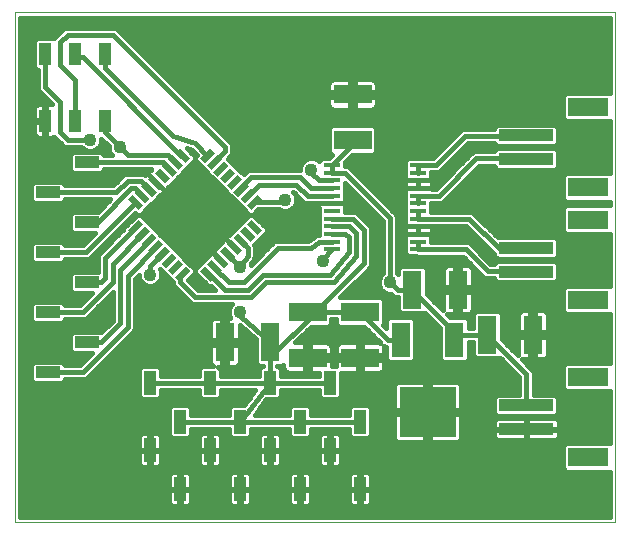
<source format=gtl>
G75*
%MOIN*%
%OFA0B0*%
%FSLAX25Y25*%
%IPPOS*%
%LPD*%
%AMOC8*
5,1,8,0,0,1.08239X$1,22.5*
%
%ADD10C,0.00000*%
%ADD11R,0.18110X0.03937*%
%ADD12R,0.13386X0.06299*%
%ADD13R,0.05500X0.01370*%
%ADD14R,0.05000X0.02200*%
%ADD15R,0.02200X0.05000*%
%ADD16R,0.07874X0.03937*%
%ADD17R,0.03937X0.07874*%
%ADD18R,0.06496X0.12598*%
%ADD19R,0.04016X0.07480*%
%ADD20R,0.06299X0.11811*%
%ADD21R,0.19000X0.16500*%
%ADD22R,0.12598X0.06496*%
%ADD23C,0.01600*%
%ADD24C,0.04362*%
D10*
X0001800Y0005167D02*
X0001800Y0175167D01*
X0201800Y0175167D01*
X0201800Y0005167D01*
X0001800Y0005167D01*
D11*
X0172233Y0036230D03*
X0172233Y0044104D03*
X0172233Y0088730D03*
X0172233Y0096604D03*
X0172233Y0126230D03*
X0172233Y0134104D03*
D12*
X0192706Y0143552D03*
X0192706Y0116781D03*
X0192706Y0106052D03*
X0192706Y0079281D03*
X0192706Y0053552D03*
X0192706Y0026781D03*
D13*
X0136194Y0096092D03*
X0136194Y0098651D03*
X0136194Y0101210D03*
X0136194Y0103769D03*
X0136194Y0106328D03*
X0136194Y0108887D03*
X0136194Y0111446D03*
X0136194Y0114005D03*
X0136194Y0116564D03*
X0136194Y0119123D03*
X0136194Y0121682D03*
X0136194Y0124241D03*
X0107406Y0124241D03*
X0107406Y0121682D03*
X0107406Y0119123D03*
X0107406Y0116564D03*
X0107406Y0114005D03*
X0107406Y0111446D03*
X0107406Y0108887D03*
X0107406Y0106328D03*
X0107406Y0103769D03*
X0107406Y0101210D03*
X0107406Y0098651D03*
X0107406Y0096092D03*
D14*
G36*
X0080556Y0106056D02*
X0084090Y0102522D01*
X0082534Y0100966D01*
X0079000Y0104500D01*
X0080556Y0106056D01*
G37*
G36*
X0078329Y0103829D02*
X0081863Y0100295D01*
X0080307Y0098739D01*
X0076773Y0102273D01*
X0078329Y0103829D01*
G37*
G36*
X0076102Y0101602D02*
X0079636Y0098068D01*
X0078080Y0096512D01*
X0074546Y0100046D01*
X0076102Y0101602D01*
G37*
G36*
X0073875Y0099375D02*
X0077409Y0095841D01*
X0075853Y0094285D01*
X0072319Y0097819D01*
X0073875Y0099375D01*
G37*
G36*
X0071648Y0097148D02*
X0075182Y0093614D01*
X0073626Y0092058D01*
X0070092Y0095592D01*
X0071648Y0097148D01*
G37*
G36*
X0069420Y0094921D02*
X0072954Y0091387D01*
X0071398Y0089831D01*
X0067864Y0093365D01*
X0069420Y0094921D01*
G37*
G36*
X0067193Y0092694D02*
X0070727Y0089160D01*
X0069171Y0087604D01*
X0065637Y0091138D01*
X0067193Y0092694D01*
G37*
G36*
X0064966Y0090467D02*
X0068500Y0086933D01*
X0066944Y0085377D01*
X0063410Y0088911D01*
X0064966Y0090467D01*
G37*
G36*
X0041066Y0114367D02*
X0044600Y0110833D01*
X0043044Y0109277D01*
X0039510Y0112811D01*
X0041066Y0114367D01*
G37*
G36*
X0043293Y0116594D02*
X0046827Y0113060D01*
X0045271Y0111504D01*
X0041737Y0115038D01*
X0043293Y0116594D01*
G37*
G36*
X0045520Y0118821D02*
X0049054Y0115287D01*
X0047498Y0113731D01*
X0043964Y0117265D01*
X0045520Y0118821D01*
G37*
G36*
X0047747Y0121048D02*
X0051281Y0117514D01*
X0049725Y0115958D01*
X0046191Y0119492D01*
X0047747Y0121048D01*
G37*
G36*
X0049974Y0123275D02*
X0053508Y0119741D01*
X0051952Y0118185D01*
X0048418Y0121719D01*
X0049974Y0123275D01*
G37*
G36*
X0052202Y0125502D02*
X0055736Y0121968D01*
X0054180Y0120412D01*
X0050646Y0123946D01*
X0052202Y0125502D01*
G37*
G36*
X0054429Y0127730D02*
X0057963Y0124196D01*
X0056407Y0122640D01*
X0052873Y0126174D01*
X0054429Y0127730D01*
G37*
G36*
X0056656Y0129957D02*
X0060190Y0126423D01*
X0058634Y0124867D01*
X0055100Y0128401D01*
X0056656Y0129957D01*
G37*
D15*
G36*
X0066944Y0129957D02*
X0068500Y0128401D01*
X0064966Y0124867D01*
X0063410Y0126423D01*
X0066944Y0129957D01*
G37*
G36*
X0069171Y0127730D02*
X0070727Y0126174D01*
X0067193Y0122640D01*
X0065637Y0124196D01*
X0069171Y0127730D01*
G37*
G36*
X0071398Y0125502D02*
X0072954Y0123946D01*
X0069420Y0120412D01*
X0067864Y0121968D01*
X0071398Y0125502D01*
G37*
G36*
X0073626Y0123275D02*
X0075182Y0121719D01*
X0071648Y0118185D01*
X0070092Y0119741D01*
X0073626Y0123275D01*
G37*
G36*
X0075853Y0121048D02*
X0077409Y0119492D01*
X0073875Y0115958D01*
X0072319Y0117514D01*
X0075853Y0121048D01*
G37*
G36*
X0078080Y0118821D02*
X0079636Y0117265D01*
X0076102Y0113731D01*
X0074546Y0115287D01*
X0078080Y0118821D01*
G37*
G36*
X0080307Y0116594D02*
X0081863Y0115038D01*
X0078329Y0111504D01*
X0076773Y0113060D01*
X0080307Y0116594D01*
G37*
G36*
X0082534Y0114367D02*
X0084090Y0112811D01*
X0080556Y0109277D01*
X0079000Y0110833D01*
X0082534Y0114367D01*
G37*
G36*
X0056407Y0092694D02*
X0057963Y0091138D01*
X0054429Y0087604D01*
X0052873Y0089160D01*
X0056407Y0092694D01*
G37*
G36*
X0054180Y0094921D02*
X0055736Y0093365D01*
X0052202Y0089831D01*
X0050646Y0091387D01*
X0054180Y0094921D01*
G37*
G36*
X0051952Y0097148D02*
X0053508Y0095592D01*
X0049974Y0092058D01*
X0048418Y0093614D01*
X0051952Y0097148D01*
G37*
G36*
X0049725Y0099375D02*
X0051281Y0097819D01*
X0047747Y0094285D01*
X0046191Y0095841D01*
X0049725Y0099375D01*
G37*
G36*
X0047498Y0101602D02*
X0049054Y0100046D01*
X0045520Y0096512D01*
X0043964Y0098068D01*
X0047498Y0101602D01*
G37*
G36*
X0045271Y0103829D02*
X0046827Y0102273D01*
X0043293Y0098739D01*
X0041737Y0100295D01*
X0045271Y0103829D01*
G37*
G36*
X0043044Y0106056D02*
X0044600Y0104500D01*
X0041066Y0100966D01*
X0039510Y0102522D01*
X0043044Y0106056D01*
G37*
G36*
X0058634Y0090467D02*
X0060190Y0088911D01*
X0056656Y0085377D01*
X0055100Y0086933D01*
X0058634Y0090467D01*
G37*
D16*
X0025796Y0085167D03*
X0012804Y0095167D03*
X0025796Y0105167D03*
X0012804Y0115167D03*
X0025796Y0125167D03*
X0012804Y0075167D03*
X0025796Y0065167D03*
X0012804Y0055167D03*
D17*
X0046800Y0051663D03*
X0056800Y0038671D03*
X0046800Y0029163D03*
X0056800Y0016171D03*
X0066800Y0029163D03*
X0076800Y0038671D03*
X0086800Y0029163D03*
X0096800Y0038671D03*
X0106800Y0029163D03*
X0116800Y0038671D03*
X0106800Y0051663D03*
X0086800Y0051663D03*
X0066800Y0051663D03*
X0076800Y0016171D03*
X0096800Y0016171D03*
X0116800Y0016171D03*
D18*
X0086887Y0065167D03*
X0071713Y0065167D03*
X0134213Y0082667D03*
X0149387Y0082667D03*
X0159213Y0067667D03*
X0174387Y0067667D03*
D19*
X0031800Y0138946D03*
X0021800Y0138946D03*
X0011800Y0138946D03*
X0011800Y0161387D03*
X0021800Y0161387D03*
X0031800Y0161387D03*
D20*
X0130324Y0066072D03*
X0148276Y0066072D03*
D21*
X0139300Y0041915D03*
D22*
X0116800Y0060080D03*
X0099300Y0060080D03*
X0099300Y0075253D03*
X0116800Y0075253D03*
X0114300Y0132580D03*
X0114300Y0147753D03*
D23*
X0115100Y0147434D02*
X0184482Y0147434D01*
X0184413Y0147365D02*
X0184413Y0139740D01*
X0185350Y0138803D01*
X0200000Y0138803D01*
X0200000Y0121530D01*
X0185350Y0121530D01*
X0184413Y0120593D01*
X0184413Y0112968D01*
X0185350Y0112031D01*
X0200000Y0112031D01*
X0200000Y0110802D01*
X0185350Y0110802D01*
X0184413Y0109865D01*
X0184413Y0102240D01*
X0185350Y0101303D01*
X0200000Y0101303D01*
X0200000Y0084030D01*
X0185350Y0084030D01*
X0184413Y0083093D01*
X0184413Y0075468D01*
X0185350Y0074531D01*
X0200000Y0074531D01*
X0200000Y0058302D01*
X0185350Y0058302D01*
X0184413Y0057365D01*
X0184413Y0049740D01*
X0185350Y0048803D01*
X0200000Y0048803D01*
X0200000Y0031530D01*
X0185350Y0031530D01*
X0184413Y0030593D01*
X0184413Y0022968D01*
X0185350Y0022031D01*
X0200000Y0022031D01*
X0200000Y0006967D01*
X0003600Y0006967D01*
X0003600Y0173367D01*
X0200000Y0173367D01*
X0200000Y0148302D01*
X0185350Y0148302D01*
X0184413Y0147365D01*
X0184413Y0145836D02*
X0122399Y0145836D01*
X0122399Y0146953D02*
X0122399Y0144268D01*
X0122277Y0143810D01*
X0122040Y0143400D01*
X0121704Y0143065D01*
X0121294Y0142828D01*
X0120836Y0142705D01*
X0115100Y0142705D01*
X0115100Y0146953D01*
X0113500Y0146953D01*
X0113500Y0142705D01*
X0107764Y0142705D01*
X0107306Y0142828D01*
X0106896Y0143065D01*
X0106560Y0143400D01*
X0106323Y0143810D01*
X0106201Y0144268D01*
X0106201Y0146953D01*
X0113500Y0146953D01*
X0113500Y0148553D01*
X0106201Y0148553D01*
X0106201Y0151238D01*
X0106323Y0151696D01*
X0106560Y0152107D01*
X0106896Y0152442D01*
X0107306Y0152679D01*
X0107764Y0152801D01*
X0113500Y0152801D01*
X0113500Y0148553D01*
X0115100Y0148553D01*
X0122399Y0148553D01*
X0122399Y0151238D01*
X0122277Y0151696D01*
X0122040Y0152107D01*
X0121704Y0152442D01*
X0121294Y0152679D01*
X0120836Y0152801D01*
X0115100Y0152801D01*
X0115100Y0148553D01*
X0115100Y0146953D01*
X0122399Y0146953D01*
X0122399Y0149033D02*
X0200000Y0149033D01*
X0200000Y0150631D02*
X0122399Y0150631D01*
X0121916Y0152230D02*
X0200000Y0152230D01*
X0200000Y0153828D02*
X0051533Y0153828D01*
X0053131Y0152230D02*
X0106684Y0152230D01*
X0106201Y0150631D02*
X0054730Y0150631D01*
X0056328Y0149033D02*
X0106201Y0149033D01*
X0106201Y0145836D02*
X0059525Y0145836D01*
X0057927Y0147434D02*
X0113500Y0147434D01*
X0113500Y0145836D02*
X0115100Y0145836D01*
X0115100Y0144237D02*
X0113500Y0144237D01*
X0113500Y0149033D02*
X0115100Y0149033D01*
X0115100Y0150631D02*
X0113500Y0150631D01*
X0113500Y0152230D02*
X0115100Y0152230D01*
X0122391Y0144237D02*
X0184413Y0144237D01*
X0184413Y0142639D02*
X0062722Y0142639D01*
X0061124Y0144237D02*
X0106209Y0144237D01*
X0107338Y0137428D02*
X0106401Y0136491D01*
X0106401Y0128669D01*
X0107338Y0127732D01*
X0107503Y0127732D01*
X0106297Y0126526D01*
X0103994Y0126526D01*
X0103056Y0125589D01*
X0103056Y0125508D01*
X0102692Y0125872D01*
X0101302Y0126448D01*
X0099798Y0126448D01*
X0098408Y0125872D01*
X0097345Y0124808D01*
X0096769Y0123419D01*
X0096769Y0122567D01*
X0080073Y0122567D01*
X0079191Y0122201D01*
X0078515Y0121526D01*
X0078077Y0121088D01*
X0076782Y0122383D01*
X0074555Y0124610D01*
X0072779Y0126387D01*
X0073159Y0126768D01*
X0073159Y0126768D01*
X0073835Y0127443D01*
X0074200Y0128325D01*
X0074200Y0130644D01*
X0073835Y0131526D01*
X0073159Y0132201D01*
X0035659Y0169701D01*
X0034777Y0170067D01*
X0018823Y0170067D01*
X0017941Y0169701D01*
X0017265Y0169026D01*
X0014765Y0166526D01*
X0014738Y0166460D01*
X0014471Y0166727D01*
X0009129Y0166727D01*
X0008192Y0165790D01*
X0008192Y0156984D01*
X0009129Y0156047D01*
X0009400Y0156047D01*
X0009400Y0149689D01*
X0009765Y0148807D01*
X0014101Y0144471D01*
X0014045Y0144486D01*
X0012004Y0144486D01*
X0012004Y0139150D01*
X0011596Y0139150D01*
X0011596Y0138742D01*
X0012004Y0138742D01*
X0012004Y0133406D01*
X0014045Y0133406D01*
X0014503Y0133529D01*
X0014846Y0133727D01*
X0017265Y0131307D01*
X0017941Y0130632D01*
X0018823Y0130267D01*
X0023853Y0130267D01*
X0024658Y0129461D01*
X0026048Y0128886D01*
X0027552Y0128886D01*
X0028942Y0129461D01*
X0030005Y0130525D01*
X0030581Y0131915D01*
X0030581Y0132991D01*
X0033019Y0130554D01*
X0033019Y0129415D01*
X0033595Y0128025D01*
X0034053Y0127567D01*
X0031333Y0127567D01*
X0031333Y0127798D01*
X0030396Y0128735D01*
X0021196Y0128735D01*
X0020259Y0127798D01*
X0020259Y0122535D01*
X0021196Y0121598D01*
X0030396Y0121598D01*
X0031333Y0122535D01*
X0031333Y0122767D01*
X0047202Y0122767D01*
X0047201Y0122766D01*
X0047052Y0122726D01*
X0046641Y0122489D01*
X0045696Y0121544D01*
X0048736Y0118503D01*
X0045696Y0121544D01*
X0045140Y0120988D01*
X0044346Y0121317D01*
X0038823Y0121317D01*
X0037941Y0120951D01*
X0037265Y0120276D01*
X0034556Y0117567D01*
X0018341Y0117567D01*
X0018341Y0117798D01*
X0017404Y0118735D01*
X0008204Y0118735D01*
X0007267Y0117798D01*
X0007267Y0112535D01*
X0008204Y0111598D01*
X0017404Y0111598D01*
X0018341Y0112535D01*
X0018341Y0112767D01*
X0033506Y0112767D01*
X0029474Y0108735D01*
X0021196Y0108735D01*
X0020259Y0107798D01*
X0020259Y0102535D01*
X0021196Y0101598D01*
X0028437Y0101598D01*
X0024406Y0097567D01*
X0018341Y0097567D01*
X0018341Y0097798D01*
X0017404Y0098735D01*
X0008204Y0098735D01*
X0007267Y0097798D01*
X0007267Y0092535D01*
X0008204Y0091598D01*
X0017404Y0091598D01*
X0018341Y0092535D01*
X0018341Y0092767D01*
X0025877Y0092767D01*
X0026759Y0093132D01*
X0041843Y0108216D01*
X0042382Y0107676D01*
X0043708Y0107676D01*
X0046201Y0110169D01*
X0048428Y0112396D01*
X0050272Y0114240D01*
X0050421Y0114280D01*
X0050831Y0114517D01*
X0051777Y0115463D01*
X0052722Y0116408D01*
X0052959Y0116818D01*
X0052999Y0116968D01*
X0055109Y0119078D01*
X0057336Y0121305D01*
X0059563Y0123532D01*
X0061790Y0125759D01*
X0061790Y0127084D01*
X0059028Y0129847D01*
X0060659Y0129314D01*
X0062349Y0127624D01*
X0061810Y0127084D01*
X0061810Y0125759D01*
X0064303Y0123266D01*
X0066530Y0121039D01*
X0068757Y0118812D01*
X0070984Y0116585D01*
X0073211Y0114358D01*
X0075438Y0112131D01*
X0077399Y0110169D01*
X0079892Y0107676D01*
X0081218Y0107676D01*
X0082963Y0109422D01*
X0089753Y0109422D01*
X0091048Y0108886D01*
X0092552Y0108886D01*
X0093942Y0109461D01*
X0095005Y0110525D01*
X0095581Y0111915D01*
X0095581Y0113419D01*
X0095005Y0114808D01*
X0094547Y0115267D01*
X0094556Y0115267D01*
X0097265Y0112557D01*
X0097941Y0111882D01*
X0098823Y0111517D01*
X0102856Y0111517D01*
X0102856Y0111446D01*
X0102856Y0110524D01*
X0102979Y0110066D01*
X0103056Y0109932D01*
X0103056Y0101070D01*
X0102699Y0101088D01*
X0102638Y0101067D01*
X0102573Y0101067D01*
X0102190Y0100908D01*
X0101799Y0100770D01*
X0101751Y0100726D01*
X0101691Y0100701D01*
X0101398Y0100408D01*
X0099629Y0098817D01*
X0088823Y0098817D01*
X0087941Y0098451D01*
X0087265Y0097776D01*
X0080530Y0091041D01*
X0080430Y0091284D01*
X0081165Y0092388D01*
X0081335Y0092557D01*
X0081427Y0092781D01*
X0081562Y0092983D01*
X0081608Y0093218D01*
X0081700Y0093439D01*
X0081700Y0093682D01*
X0081747Y0093919D01*
X0081700Y0094154D01*
X0081700Y0096894D01*
X0081415Y0097583D01*
X0083198Y0099366D01*
X0085691Y0101859D01*
X0085691Y0103184D01*
X0081218Y0107657D01*
X0079892Y0107657D01*
X0077399Y0105164D01*
X0075172Y0102937D01*
X0073328Y0101093D01*
X0073179Y0101053D01*
X0072768Y0100816D01*
X0071823Y0099871D01*
X0074864Y0096830D01*
X0074864Y0096830D01*
X0071823Y0099871D01*
X0070878Y0098925D01*
X0070641Y0098515D01*
X0070601Y0098365D01*
X0068874Y0096639D01*
X0068725Y0096599D01*
X0068314Y0096362D01*
X0067369Y0095416D01*
X0066423Y0094471D01*
X0066187Y0094061D01*
X0066146Y0093911D01*
X0064037Y0091801D01*
X0061810Y0089574D01*
X0061810Y0088249D01*
X0066282Y0083776D01*
X0067296Y0083776D01*
X0068506Y0082567D01*
X0062794Y0082567D01*
X0059451Y0085910D01*
X0061790Y0088249D01*
X0061790Y0089574D01*
X0059297Y0092067D01*
X0057070Y0094294D01*
X0054843Y0096521D01*
X0052616Y0098749D01*
X0050389Y0100976D01*
X0048162Y0103203D01*
X0045935Y0105430D01*
X0043708Y0107657D01*
X0042382Y0107657D01*
X0037909Y0103184D01*
X0037909Y0102760D01*
X0029765Y0094616D01*
X0029400Y0093734D01*
X0029400Y0088735D01*
X0021196Y0088735D01*
X0020259Y0087798D01*
X0020259Y0082535D01*
X0021196Y0081598D01*
X0027337Y0081598D01*
X0023306Y0077567D01*
X0018341Y0077567D01*
X0018341Y0077798D01*
X0017404Y0078735D01*
X0008204Y0078735D01*
X0007267Y0077798D01*
X0007267Y0072535D01*
X0008204Y0071598D01*
X0017404Y0071598D01*
X0018341Y0072535D01*
X0018341Y0072767D01*
X0024777Y0072767D01*
X0025659Y0073132D01*
X0034400Y0081873D01*
X0034400Y0072411D01*
X0030560Y0068571D01*
X0030396Y0068735D01*
X0021196Y0068735D01*
X0020259Y0067798D01*
X0020259Y0062535D01*
X0021196Y0061598D01*
X0027337Y0061598D01*
X0023306Y0057567D01*
X0018341Y0057567D01*
X0018341Y0057798D01*
X0017404Y0058735D01*
X0008204Y0058735D01*
X0007267Y0057798D01*
X0007267Y0052535D01*
X0008204Y0051598D01*
X0017404Y0051598D01*
X0018341Y0052535D01*
X0018341Y0052767D01*
X0024777Y0052767D01*
X0025659Y0053132D01*
X0040659Y0068132D01*
X0041335Y0068807D01*
X0041700Y0069689D01*
X0041700Y0086400D01*
X0043019Y0087719D01*
X0043019Y0086915D01*
X0043595Y0085525D01*
X0044658Y0084461D01*
X0046048Y0083886D01*
X0047552Y0083886D01*
X0048942Y0084461D01*
X0050005Y0085525D01*
X0050581Y0086915D01*
X0050581Y0088419D01*
X0050038Y0089730D01*
X0051272Y0088496D01*
X0053499Y0086269D01*
X0054400Y0085368D01*
X0054400Y0084689D01*
X0054765Y0083807D01*
X0055441Y0083132D01*
X0060441Y0078132D01*
X0061323Y0077767D01*
X0074053Y0077767D01*
X0073595Y0077308D01*
X0073019Y0075919D01*
X0073019Y0074415D01*
X0073495Y0073266D01*
X0072513Y0073266D01*
X0072513Y0065967D01*
X0070913Y0065967D01*
X0070913Y0073266D01*
X0068228Y0073266D01*
X0067771Y0073143D01*
X0067360Y0072906D01*
X0067025Y0072571D01*
X0066788Y0072161D01*
X0066665Y0071703D01*
X0066665Y0065967D01*
X0070913Y0065967D01*
X0070913Y0064367D01*
X0066665Y0064367D01*
X0066665Y0058630D01*
X0066788Y0058173D01*
X0067025Y0057762D01*
X0067360Y0057427D01*
X0067754Y0057200D01*
X0064169Y0057200D01*
X0063231Y0056262D01*
X0063231Y0054063D01*
X0050368Y0054063D01*
X0050368Y0056262D01*
X0049431Y0057200D01*
X0044169Y0057200D01*
X0043231Y0056262D01*
X0043231Y0047063D01*
X0044169Y0046126D01*
X0049431Y0046126D01*
X0050368Y0047063D01*
X0050368Y0049263D01*
X0063231Y0049263D01*
X0063231Y0047063D01*
X0064169Y0046126D01*
X0069431Y0046126D01*
X0070368Y0047063D01*
X0070368Y0049263D01*
X0081924Y0049263D01*
X0078033Y0044208D01*
X0074169Y0044208D01*
X0073231Y0043270D01*
X0073231Y0041071D01*
X0060368Y0041071D01*
X0060368Y0043270D01*
X0059431Y0044208D01*
X0054169Y0044208D01*
X0053231Y0043270D01*
X0053231Y0034071D01*
X0054169Y0033134D01*
X0059431Y0033134D01*
X0060368Y0034071D01*
X0060368Y0036271D01*
X0073231Y0036271D01*
X0073231Y0034071D01*
X0074169Y0033134D01*
X0079431Y0033134D01*
X0080368Y0034071D01*
X0080368Y0036271D01*
X0093231Y0036271D01*
X0093231Y0034071D01*
X0094169Y0033134D01*
X0099431Y0033134D01*
X0100368Y0034071D01*
X0100368Y0036271D01*
X0113231Y0036271D01*
X0113231Y0034071D01*
X0114169Y0033134D01*
X0119431Y0033134D01*
X0120368Y0034071D01*
X0120368Y0043270D01*
X0119431Y0044208D01*
X0114169Y0044208D01*
X0113231Y0043270D01*
X0113231Y0041071D01*
X0100368Y0041071D01*
X0100368Y0043270D01*
X0099431Y0044208D01*
X0094169Y0044208D01*
X0093231Y0043270D01*
X0093231Y0041071D01*
X0081676Y0041071D01*
X0085567Y0046126D01*
X0089431Y0046126D01*
X0090368Y0047063D01*
X0090368Y0049263D01*
X0103231Y0049263D01*
X0103231Y0047063D01*
X0104169Y0046126D01*
X0109431Y0046126D01*
X0110368Y0047063D01*
X0110368Y0055032D01*
X0116000Y0055032D01*
X0116000Y0059280D01*
X0117600Y0059280D01*
X0117600Y0055032D01*
X0123336Y0055032D01*
X0123794Y0055155D01*
X0124204Y0055392D01*
X0124540Y0055727D01*
X0124777Y0056137D01*
X0124899Y0056595D01*
X0124899Y0059280D01*
X0117600Y0059280D01*
X0117600Y0060880D01*
X0124899Y0060880D01*
X0124899Y0063565D01*
X0124791Y0063967D01*
X0125504Y0063672D01*
X0125574Y0063672D01*
X0125574Y0059504D01*
X0126511Y0058567D01*
X0134136Y0058567D01*
X0135073Y0059504D01*
X0135073Y0072640D01*
X0134136Y0073578D01*
X0126511Y0073578D01*
X0125574Y0072640D01*
X0125574Y0069873D01*
X0124402Y0071045D01*
X0124699Y0071342D01*
X0124699Y0079164D01*
X0123762Y0080101D01*
X0110129Y0080101D01*
X0120085Y0090057D01*
X0120450Y0090939D01*
X0120450Y0103144D01*
X0120085Y0104026D01*
X0119409Y0104701D01*
X0115748Y0108363D01*
X0114866Y0108728D01*
X0111756Y0108728D01*
X0111756Y0109932D01*
X0111834Y0110066D01*
X0111956Y0110524D01*
X0111956Y0111446D01*
X0107406Y0111446D01*
X0102856Y0111446D01*
X0107406Y0111446D01*
X0107406Y0111446D01*
X0107406Y0111446D01*
X0111956Y0111446D01*
X0111956Y0112368D01*
X0111834Y0112826D01*
X0111756Y0112960D01*
X0111756Y0118200D01*
X0124400Y0105430D01*
X0124400Y0088114D01*
X0123595Y0087308D01*
X0123019Y0085919D01*
X0123019Y0084415D01*
X0123595Y0083025D01*
X0124658Y0081961D01*
X0126048Y0081386D01*
X0127187Y0081386D01*
X0127941Y0080632D01*
X0128823Y0080267D01*
X0129365Y0080267D01*
X0129365Y0075705D01*
X0130303Y0074767D01*
X0138124Y0074767D01*
X0138421Y0075065D01*
X0143494Y0069991D01*
X0143494Y0065595D01*
X0143527Y0065517D01*
X0143527Y0059504D01*
X0144464Y0058567D01*
X0152089Y0058567D01*
X0153026Y0059504D01*
X0153026Y0065267D01*
X0154365Y0065267D01*
X0154365Y0060705D01*
X0155303Y0059767D01*
X0163124Y0059767D01*
X0163421Y0060065D01*
X0169833Y0053653D01*
X0169833Y0047672D01*
X0162515Y0047672D01*
X0161578Y0046735D01*
X0161578Y0041472D01*
X0162515Y0040535D01*
X0181951Y0040535D01*
X0182888Y0041472D01*
X0182888Y0046735D01*
X0181951Y0047672D01*
X0174633Y0047672D01*
X0174633Y0055124D01*
X0174268Y0056006D01*
X0170635Y0059639D01*
X0170902Y0059567D01*
X0173587Y0059567D01*
X0173587Y0066867D01*
X0175187Y0066867D01*
X0175187Y0068467D01*
X0179435Y0068467D01*
X0179435Y0074203D01*
X0179312Y0074661D01*
X0179075Y0075071D01*
X0178740Y0075406D01*
X0178329Y0075643D01*
X0177872Y0075766D01*
X0175187Y0075766D01*
X0175187Y0068467D01*
X0173587Y0068467D01*
X0173587Y0075766D01*
X0170902Y0075766D01*
X0170444Y0075643D01*
X0170033Y0075406D01*
X0169698Y0075071D01*
X0169461Y0074661D01*
X0169339Y0074203D01*
X0169339Y0068467D01*
X0173587Y0068467D01*
X0173587Y0066867D01*
X0169339Y0066867D01*
X0169339Y0061130D01*
X0169410Y0060864D01*
X0164061Y0066213D01*
X0164061Y0074629D01*
X0163124Y0075566D01*
X0155303Y0075566D01*
X0154365Y0074629D01*
X0154365Y0070067D01*
X0153026Y0070067D01*
X0153026Y0072640D01*
X0152089Y0073578D01*
X0146696Y0073578D01*
X0145635Y0074639D01*
X0145902Y0074567D01*
X0148587Y0074567D01*
X0148587Y0081867D01*
X0150187Y0081867D01*
X0150187Y0083467D01*
X0154435Y0083467D01*
X0154435Y0089203D01*
X0154312Y0089661D01*
X0154075Y0090071D01*
X0153740Y0090406D01*
X0153329Y0090643D01*
X0152872Y0090766D01*
X0150187Y0090766D01*
X0150187Y0083467D01*
X0148587Y0083467D01*
X0148587Y0090766D01*
X0145902Y0090766D01*
X0145444Y0090643D01*
X0145033Y0090406D01*
X0144698Y0090071D01*
X0144461Y0089661D01*
X0144339Y0089203D01*
X0144339Y0083467D01*
X0148587Y0083467D01*
X0148587Y0081867D01*
X0144339Y0081867D01*
X0144339Y0076130D01*
X0144410Y0075864D01*
X0139061Y0081213D01*
X0139061Y0089629D01*
X0138124Y0090566D01*
X0130303Y0090566D01*
X0129365Y0089629D01*
X0129365Y0087949D01*
X0129200Y0088114D01*
X0129200Y0106410D01*
X0129202Y0106882D01*
X0129200Y0106888D01*
X0129200Y0106894D01*
X0129020Y0107329D01*
X0128841Y0107766D01*
X0128837Y0107770D01*
X0128835Y0107776D01*
X0128502Y0108109D01*
X0113837Y0122920D01*
X0113835Y0122926D01*
X0113501Y0123260D01*
X0113170Y0123594D01*
X0113164Y0123597D01*
X0113159Y0123601D01*
X0112724Y0123782D01*
X0112289Y0123964D01*
X0112283Y0123964D01*
X0112277Y0123967D01*
X0111807Y0123967D01*
X0111756Y0123967D01*
X0111756Y0125197D01*
X0114291Y0127732D01*
X0121262Y0127732D01*
X0122199Y0128669D01*
X0122199Y0136491D01*
X0121262Y0137428D01*
X0107338Y0137428D01*
X0106401Y0136245D02*
X0069116Y0136245D01*
X0067518Y0137843D02*
X0200000Y0137843D01*
X0200000Y0136245D02*
X0182888Y0136245D01*
X0182888Y0136735D02*
X0181951Y0137672D01*
X0162515Y0137672D01*
X0161578Y0136735D01*
X0161578Y0136317D01*
X0151323Y0136317D01*
X0150441Y0135951D01*
X0149765Y0135276D01*
X0141131Y0126641D01*
X0135716Y0126641D01*
X0135439Y0126526D01*
X0132781Y0126526D01*
X0131844Y0125589D01*
X0131844Y0120637D01*
X0131766Y0120503D01*
X0131644Y0120045D01*
X0131644Y0119123D01*
X0131644Y0118201D01*
X0131739Y0117844D01*
X0131644Y0117486D01*
X0131644Y0116564D01*
X0131644Y0115642D01*
X0131766Y0115184D01*
X0131844Y0115051D01*
X0131844Y0105283D01*
X0131766Y0105149D01*
X0131644Y0104691D01*
X0131644Y0103769D01*
X0131644Y0102847D01*
X0131739Y0102489D01*
X0131644Y0102132D01*
X0131644Y0101210D01*
X0136194Y0101210D01*
X0140744Y0101210D01*
X0140744Y0102132D01*
X0140648Y0102489D01*
X0140744Y0102847D01*
X0140744Y0103769D01*
X0140744Y0103928D01*
X0152144Y0103928D01*
X0161015Y0095057D01*
X0161578Y0094495D01*
X0161578Y0093972D01*
X0162515Y0093035D01*
X0181951Y0093035D01*
X0182888Y0093972D01*
X0182888Y0099235D01*
X0181951Y0100172D01*
X0162689Y0100172D01*
X0154498Y0108363D01*
X0153616Y0108728D01*
X0140544Y0108728D01*
X0140544Y0111605D01*
X0143616Y0111605D01*
X0144498Y0111971D01*
X0156544Y0124017D01*
X0161578Y0124017D01*
X0161578Y0123598D01*
X0162515Y0122661D01*
X0181951Y0122661D01*
X0182888Y0123598D01*
X0182888Y0128861D01*
X0181951Y0129798D01*
X0162515Y0129798D01*
X0161578Y0128861D01*
X0161578Y0128817D01*
X0155073Y0128817D01*
X0154191Y0128451D01*
X0153515Y0127776D01*
X0142144Y0116405D01*
X0140744Y0116405D01*
X0140744Y0116564D01*
X0136194Y0116564D01*
X0136194Y0116564D01*
X0140744Y0116564D01*
X0140744Y0117486D01*
X0140648Y0117844D01*
X0140744Y0118201D01*
X0140744Y0119123D01*
X0136194Y0119123D01*
X0136194Y0119123D01*
X0136194Y0116638D01*
X0136194Y0116564D01*
X0131644Y0116564D01*
X0136194Y0116564D01*
X0136194Y0116564D01*
X0136194Y0116564D01*
X0136194Y0119123D01*
X0136194Y0119123D01*
X0140744Y0119123D01*
X0140744Y0120045D01*
X0140621Y0120503D01*
X0140544Y0120637D01*
X0140544Y0121841D01*
X0142602Y0121841D01*
X0143484Y0122207D01*
X0152794Y0131517D01*
X0161578Y0131517D01*
X0161578Y0131472D01*
X0162515Y0130535D01*
X0181951Y0130535D01*
X0182888Y0131472D01*
X0182888Y0136735D01*
X0182888Y0134646D02*
X0200000Y0134646D01*
X0200000Y0133048D02*
X0182888Y0133048D01*
X0182865Y0131449D02*
X0200000Y0131449D01*
X0200000Y0129851D02*
X0151128Y0129851D01*
X0152727Y0131449D02*
X0161601Y0131449D01*
X0155550Y0126417D02*
X0172046Y0126417D01*
X0172233Y0126230D01*
X0172046Y0133917D02*
X0172233Y0134104D01*
X0172046Y0133917D02*
X0151800Y0133917D01*
X0142125Y0124241D01*
X0136194Y0124241D01*
X0136194Y0121682D01*
X0136194Y0119123D02*
X0136194Y0119123D01*
X0131644Y0119123D01*
X0136194Y0119123D01*
X0136194Y0118661D02*
X0136194Y0118661D01*
X0136194Y0117062D02*
X0136194Y0117062D01*
X0136194Y0114005D02*
X0143139Y0114005D01*
X0155550Y0126417D01*
X0153991Y0128252D02*
X0149529Y0128252D01*
X0147931Y0126654D02*
X0152393Y0126654D01*
X0150794Y0125055D02*
X0146332Y0125055D01*
X0144734Y0123456D02*
X0149196Y0123456D01*
X0147597Y0121858D02*
X0142642Y0121858D01*
X0140686Y0120259D02*
X0145999Y0120259D01*
X0144400Y0118661D02*
X0140744Y0118661D01*
X0140744Y0117062D02*
X0142802Y0117062D01*
X0146393Y0113865D02*
X0184413Y0113865D01*
X0184413Y0115464D02*
X0147991Y0115464D01*
X0149590Y0117062D02*
X0184413Y0117062D01*
X0184413Y0118661D02*
X0151188Y0118661D01*
X0152787Y0120259D02*
X0184413Y0120259D01*
X0182746Y0123456D02*
X0200000Y0123456D01*
X0200000Y0121858D02*
X0154385Y0121858D01*
X0155984Y0123456D02*
X0161720Y0123456D01*
X0151149Y0136245D02*
X0122199Y0136245D01*
X0122199Y0134646D02*
X0149135Y0134646D01*
X0147537Y0133048D02*
X0122199Y0133048D01*
X0122199Y0131449D02*
X0145938Y0131449D01*
X0144340Y0129851D02*
X0122199Y0129851D01*
X0121782Y0128252D02*
X0142741Y0128252D01*
X0141143Y0126654D02*
X0113212Y0126654D01*
X0111756Y0125055D02*
X0131844Y0125055D01*
X0131844Y0123456D02*
X0113306Y0123456D01*
X0114889Y0121858D02*
X0131844Y0121858D01*
X0131701Y0120259D02*
X0116472Y0120259D01*
X0118054Y0118661D02*
X0131644Y0118661D01*
X0131644Y0117062D02*
X0119637Y0117062D01*
X0121220Y0115464D02*
X0131691Y0115464D01*
X0131844Y0113865D02*
X0122802Y0113865D01*
X0124385Y0112267D02*
X0131844Y0112267D01*
X0131844Y0110668D02*
X0125968Y0110668D01*
X0127550Y0109070D02*
X0131844Y0109070D01*
X0131844Y0107471D02*
X0128962Y0107471D01*
X0129200Y0105873D02*
X0131844Y0105873D01*
X0131644Y0104274D02*
X0129200Y0104274D01*
X0129200Y0102676D02*
X0131690Y0102676D01*
X0131644Y0103769D02*
X0136194Y0103769D01*
X0136194Y0103769D01*
X0140744Y0103769D01*
X0136194Y0103769D01*
X0136194Y0101284D01*
X0136194Y0101210D01*
X0136194Y0101210D01*
X0140744Y0101210D01*
X0140744Y0100288D01*
X0140621Y0099830D01*
X0140544Y0099696D01*
X0140544Y0098492D01*
X0152602Y0098492D01*
X0153484Y0098126D01*
X0160294Y0091317D01*
X0161578Y0091317D01*
X0161578Y0091361D01*
X0162515Y0092298D01*
X0181951Y0092298D01*
X0182888Y0091361D01*
X0182888Y0086098D01*
X0181951Y0085161D01*
X0162515Y0085161D01*
X0161578Y0086098D01*
X0161578Y0086517D01*
X0158823Y0086517D01*
X0157941Y0086882D01*
X0157265Y0087557D01*
X0157265Y0087557D01*
X0151131Y0093692D01*
X0135716Y0093692D01*
X0135439Y0093807D01*
X0132781Y0093807D01*
X0131844Y0094744D01*
X0131844Y0099696D01*
X0131766Y0099830D01*
X0131644Y0100288D01*
X0131644Y0101210D01*
X0136194Y0101210D01*
X0136194Y0101210D01*
X0136194Y0103769D01*
X0136194Y0103769D01*
X0136194Y0103769D01*
X0131644Y0103769D01*
X0131644Y0101077D02*
X0129200Y0101077D01*
X0129200Y0099479D02*
X0131844Y0099479D01*
X0131844Y0097880D02*
X0129200Y0097880D01*
X0129200Y0096282D02*
X0131844Y0096282D01*
X0131904Y0094683D02*
X0129200Y0094683D01*
X0129200Y0093085D02*
X0151738Y0093085D01*
X0153336Y0091486D02*
X0129200Y0091486D01*
X0129200Y0089888D02*
X0129625Y0089888D01*
X0129365Y0088289D02*
X0129200Y0088289D01*
X0126800Y0085167D02*
X0129300Y0082667D01*
X0134213Y0082667D01*
X0145894Y0070986D01*
X0145894Y0066072D01*
X0148276Y0066072D01*
X0149871Y0067667D01*
X0159213Y0067667D01*
X0172233Y0054647D01*
X0172233Y0044104D01*
X0172049Y0039998D02*
X0162941Y0039998D01*
X0162483Y0039875D01*
X0162073Y0039639D01*
X0161738Y0039303D01*
X0161501Y0038893D01*
X0161378Y0038435D01*
X0161378Y0036414D01*
X0172049Y0036414D01*
X0172049Y0039998D01*
X0172417Y0039998D02*
X0172417Y0036414D01*
X0172049Y0036414D01*
X0172049Y0036045D01*
X0172417Y0036045D01*
X0172417Y0032461D01*
X0181525Y0032461D01*
X0181983Y0032584D01*
X0182393Y0032821D01*
X0182729Y0033156D01*
X0182966Y0033566D01*
X0183088Y0034024D01*
X0183088Y0036045D01*
X0172417Y0036045D01*
X0172417Y0036414D01*
X0183088Y0036414D01*
X0183088Y0038435D01*
X0182966Y0038893D01*
X0182729Y0039303D01*
X0182393Y0039639D01*
X0181983Y0039875D01*
X0181525Y0039998D01*
X0172417Y0039998D01*
X0172417Y0038735D02*
X0172049Y0038735D01*
X0172049Y0037137D02*
X0172417Y0037137D01*
X0172049Y0036045D02*
X0161378Y0036045D01*
X0161378Y0034024D01*
X0161501Y0033566D01*
X0161738Y0033156D01*
X0162073Y0032821D01*
X0162483Y0032584D01*
X0162941Y0032461D01*
X0172049Y0032461D01*
X0172049Y0036045D01*
X0172049Y0035538D02*
X0172417Y0035538D01*
X0172417Y0033940D02*
X0172049Y0033940D01*
X0161401Y0033940D02*
X0150600Y0033940D01*
X0150600Y0033428D02*
X0150600Y0041115D01*
X0140100Y0041115D01*
X0140100Y0042715D01*
X0138500Y0042715D01*
X0138500Y0051965D01*
X0129563Y0051965D01*
X0129105Y0051842D01*
X0128695Y0051605D01*
X0128360Y0051270D01*
X0128123Y0050859D01*
X0128000Y0050402D01*
X0128000Y0042715D01*
X0138500Y0042715D01*
X0138500Y0041115D01*
X0128000Y0041115D01*
X0128000Y0033428D01*
X0128123Y0032970D01*
X0128360Y0032559D01*
X0128695Y0032224D01*
X0129105Y0031987D01*
X0129563Y0031865D01*
X0138500Y0031865D01*
X0138500Y0041115D01*
X0140100Y0041115D01*
X0140100Y0031865D01*
X0149037Y0031865D01*
X0149495Y0031987D01*
X0149905Y0032224D01*
X0150240Y0032559D01*
X0150477Y0032970D01*
X0150600Y0033428D01*
X0150022Y0032341D02*
X0200000Y0032341D01*
X0200000Y0033940D02*
X0183066Y0033940D01*
X0183088Y0035538D02*
X0200000Y0035538D01*
X0200000Y0037137D02*
X0183088Y0037137D01*
X0183008Y0038735D02*
X0200000Y0038735D01*
X0200000Y0040334D02*
X0150600Y0040334D01*
X0150600Y0038735D02*
X0161458Y0038735D01*
X0161378Y0037137D02*
X0150600Y0037137D01*
X0150600Y0035538D02*
X0161378Y0035538D01*
X0161578Y0041932D02*
X0140100Y0041932D01*
X0140100Y0042715D02*
X0150600Y0042715D01*
X0150600Y0050402D01*
X0150477Y0050859D01*
X0150240Y0051270D01*
X0149905Y0051605D01*
X0149495Y0051842D01*
X0149037Y0051965D01*
X0140100Y0051965D01*
X0140100Y0042715D01*
X0140100Y0043531D02*
X0138500Y0043531D01*
X0138500Y0045129D02*
X0140100Y0045129D01*
X0140100Y0046728D02*
X0138500Y0046728D01*
X0138500Y0048326D02*
X0140100Y0048326D01*
X0140100Y0049925D02*
X0138500Y0049925D01*
X0138500Y0051523D02*
X0140100Y0051523D01*
X0143527Y0059516D02*
X0135073Y0059516D01*
X0135073Y0061115D02*
X0143527Y0061115D01*
X0143527Y0062713D02*
X0135073Y0062713D01*
X0135073Y0064312D02*
X0143527Y0064312D01*
X0143494Y0065910D02*
X0135073Y0065910D01*
X0135073Y0067509D02*
X0143494Y0067509D01*
X0143494Y0069107D02*
X0135073Y0069107D01*
X0135073Y0070706D02*
X0142780Y0070706D01*
X0141182Y0072304D02*
X0135073Y0072304D01*
X0139583Y0073903D02*
X0124699Y0073903D01*
X0124699Y0075501D02*
X0129569Y0075501D01*
X0129365Y0077100D02*
X0124699Y0077100D01*
X0124699Y0078698D02*
X0129365Y0078698D01*
X0128750Y0080297D02*
X0110324Y0080297D01*
X0111923Y0081895D02*
X0124817Y0081895D01*
X0123400Y0083494D02*
X0113521Y0083494D01*
X0115120Y0085092D02*
X0123019Y0085092D01*
X0123339Y0086691D02*
X0116718Y0086691D01*
X0118317Y0088289D02*
X0124400Y0088289D01*
X0124400Y0089888D02*
X0119915Y0089888D01*
X0120450Y0091486D02*
X0124400Y0091486D01*
X0124400Y0093085D02*
X0120450Y0093085D01*
X0120450Y0094683D02*
X0124400Y0094683D01*
X0124400Y0096282D02*
X0120450Y0096282D01*
X0120450Y0097880D02*
X0124400Y0097880D01*
X0124400Y0099479D02*
X0120450Y0099479D01*
X0120450Y0101077D02*
X0124400Y0101077D01*
X0124400Y0102676D02*
X0120450Y0102676D01*
X0119836Y0104274D02*
X0124400Y0104274D01*
X0123961Y0105873D02*
X0118238Y0105873D01*
X0116639Y0107471D02*
X0122378Y0107471D01*
X0120796Y0109070D02*
X0111756Y0109070D01*
X0111956Y0110668D02*
X0119213Y0110668D01*
X0117630Y0112267D02*
X0111956Y0112267D01*
X0111756Y0113865D02*
X0116048Y0113865D01*
X0114465Y0115464D02*
X0111756Y0115464D01*
X0111756Y0117062D02*
X0112882Y0117062D01*
X0111800Y0121567D02*
X0107672Y0121567D01*
X0107406Y0121682D01*
X0107406Y0124241D01*
X0114300Y0131135D01*
X0114300Y0132580D01*
X0106818Y0128252D02*
X0074170Y0128252D01*
X0074200Y0129851D02*
X0106401Y0129851D01*
X0106401Y0131449D02*
X0073867Y0131449D01*
X0072313Y0133048D02*
X0106401Y0133048D01*
X0106401Y0134646D02*
X0070715Y0134646D01*
X0065919Y0139442D02*
X0184711Y0139442D01*
X0184413Y0141040D02*
X0064321Y0141040D01*
X0061950Y0131417D02*
X0054300Y0133917D01*
X0031800Y0156417D01*
X0031800Y0161387D01*
X0034300Y0167667D02*
X0071800Y0130167D01*
X0071800Y0128802D01*
X0068182Y0125185D01*
X0065955Y0127412D02*
X0061950Y0131417D01*
X0061721Y0128252D02*
X0060623Y0128252D01*
X0061790Y0126654D02*
X0061810Y0126654D01*
X0062514Y0125055D02*
X0061086Y0125055D01*
X0059488Y0123456D02*
X0064112Y0123456D01*
X0065711Y0121858D02*
X0057889Y0121858D01*
X0056291Y0120259D02*
X0067309Y0120259D01*
X0068908Y0118661D02*
X0054692Y0118661D01*
X0053094Y0117062D02*
X0070506Y0117062D01*
X0072105Y0115464D02*
X0051778Y0115464D01*
X0051777Y0115463D02*
X0048736Y0118503D01*
X0048736Y0118503D01*
X0048736Y0118503D01*
X0051777Y0115463D01*
X0051776Y0115464D02*
X0051775Y0115464D01*
X0050177Y0117062D02*
X0050177Y0117062D01*
X0048579Y0118661D02*
X0048578Y0118661D01*
X0046980Y0120259D02*
X0046980Y0120259D01*
X0046010Y0121858D02*
X0030656Y0121858D01*
X0025796Y0125167D02*
X0050981Y0125167D01*
X0053191Y0122957D01*
X0055418Y0125185D02*
X0052936Y0127667D01*
X0039300Y0127667D01*
X0036800Y0130167D01*
X0031800Y0135167D01*
X0031800Y0138946D01*
X0032123Y0131449D02*
X0030388Y0131449D01*
X0029331Y0129851D02*
X0033019Y0129851D01*
X0033500Y0128252D02*
X0030879Y0128252D01*
X0026800Y0132667D02*
X0019300Y0132667D01*
X0016800Y0135167D01*
X0016800Y0145167D01*
X0011800Y0150167D01*
X0011800Y0161387D01*
X0008192Y0161821D02*
X0003600Y0161821D01*
X0003600Y0163419D02*
X0008192Y0163419D01*
X0008192Y0165018D02*
X0003600Y0165018D01*
X0003600Y0166616D02*
X0009018Y0166616D01*
X0014582Y0166616D02*
X0014856Y0166616D01*
X0016454Y0168215D02*
X0003600Y0168215D01*
X0003600Y0169813D02*
X0018211Y0169813D01*
X0019300Y0167667D02*
X0034300Y0167667D01*
X0035389Y0169813D02*
X0200000Y0169813D01*
X0200000Y0168215D02*
X0037146Y0168215D01*
X0038744Y0166616D02*
X0200000Y0166616D01*
X0200000Y0165018D02*
X0040343Y0165018D01*
X0041941Y0163419D02*
X0200000Y0163419D01*
X0200000Y0161821D02*
X0043540Y0161821D01*
X0045138Y0160222D02*
X0200000Y0160222D01*
X0200000Y0158624D02*
X0046737Y0158624D01*
X0048336Y0157025D02*
X0200000Y0157025D01*
X0200000Y0155427D02*
X0049934Y0155427D01*
X0024300Y0160167D02*
X0023020Y0160167D01*
X0021800Y0161387D01*
X0024300Y0160167D02*
X0057055Y0127412D01*
X0057645Y0127412D01*
X0046509Y0116276D02*
X0043869Y0118917D01*
X0039300Y0118917D01*
X0035550Y0115167D01*
X0012804Y0115167D01*
X0017478Y0118661D02*
X0035650Y0118661D01*
X0037249Y0120259D02*
X0003600Y0120259D01*
X0003600Y0118661D02*
X0008130Y0118661D01*
X0007267Y0117062D02*
X0003600Y0117062D01*
X0003600Y0115464D02*
X0007267Y0115464D01*
X0007267Y0113865D02*
X0003600Y0113865D01*
X0003600Y0112267D02*
X0007535Y0112267D01*
X0003600Y0110668D02*
X0031408Y0110668D01*
X0029809Y0109070D02*
X0003600Y0109070D01*
X0003600Y0107471D02*
X0020259Y0107471D01*
X0020259Y0105873D02*
X0003600Y0105873D01*
X0003600Y0104274D02*
X0020259Y0104274D01*
X0020259Y0102676D02*
X0003600Y0102676D01*
X0003600Y0101077D02*
X0027916Y0101077D01*
X0026318Y0099479D02*
X0003600Y0099479D01*
X0003600Y0097880D02*
X0007349Y0097880D01*
X0007267Y0096282D02*
X0003600Y0096282D01*
X0003600Y0094683D02*
X0007267Y0094683D01*
X0007267Y0093085D02*
X0003600Y0093085D01*
X0003600Y0091486D02*
X0029400Y0091486D01*
X0029400Y0089888D02*
X0003600Y0089888D01*
X0003600Y0088289D02*
X0020750Y0088289D01*
X0020259Y0086691D02*
X0003600Y0086691D01*
X0003600Y0085092D02*
X0020259Y0085092D01*
X0020259Y0083494D02*
X0003600Y0083494D01*
X0003600Y0081895D02*
X0020899Y0081895D01*
X0017441Y0078698D02*
X0024437Y0078698D01*
X0026036Y0080297D02*
X0003600Y0080297D01*
X0003600Y0078698D02*
X0008167Y0078698D01*
X0007267Y0077100D02*
X0003600Y0077100D01*
X0003600Y0075501D02*
X0007267Y0075501D01*
X0007267Y0073903D02*
X0003600Y0073903D01*
X0003600Y0072304D02*
X0007498Y0072304D01*
X0003600Y0070706D02*
X0032695Y0070706D01*
X0034293Y0072304D02*
X0018110Y0072304D01*
X0020259Y0067509D02*
X0003600Y0067509D01*
X0003600Y0069107D02*
X0031096Y0069107D01*
X0034400Y0073903D02*
X0026430Y0073903D01*
X0028029Y0075501D02*
X0034400Y0075501D01*
X0034400Y0077100D02*
X0029627Y0077100D01*
X0031226Y0078698D02*
X0034400Y0078698D01*
X0034400Y0080297D02*
X0032824Y0080297D01*
X0034300Y0085167D02*
X0034300Y0091302D01*
X0044282Y0101284D01*
X0042055Y0103511D02*
X0031800Y0093256D01*
X0031800Y0086417D01*
X0030550Y0085167D01*
X0025796Y0085167D01*
X0026645Y0093085D02*
X0029400Y0093085D01*
X0029833Y0094683D02*
X0028311Y0094683D01*
X0029909Y0096282D02*
X0031431Y0096282D01*
X0031508Y0097880D02*
X0033030Y0097880D01*
X0033106Y0099479D02*
X0034628Y0099479D01*
X0034705Y0101077D02*
X0036227Y0101077D01*
X0036303Y0102676D02*
X0037825Y0102676D01*
X0037902Y0104274D02*
X0039000Y0104274D01*
X0039500Y0105873D02*
X0040598Y0105873D01*
X0041099Y0107471D02*
X0042197Y0107471D01*
X0043893Y0107471D02*
X0079707Y0107471D01*
X0081403Y0107471D02*
X0103056Y0107471D01*
X0103056Y0105873D02*
X0083002Y0105873D01*
X0084600Y0104274D02*
X0103056Y0104274D01*
X0103056Y0102676D02*
X0085691Y0102676D01*
X0084909Y0101077D02*
X0102668Y0101077D01*
X0102910Y0101077D02*
X0103056Y0101077D01*
X0100365Y0099479D02*
X0083311Y0099479D01*
X0081712Y0097880D02*
X0087370Y0097880D01*
X0085771Y0096282D02*
X0081700Y0096282D01*
X0081700Y0094683D02*
X0084173Y0094683D01*
X0082574Y0093085D02*
X0081582Y0093085D01*
X0080976Y0091486D02*
X0080564Y0091486D01*
X0079300Y0093917D02*
X0076800Y0090167D01*
X0072637Y0094330D01*
X0072637Y0094603D01*
X0070409Y0092376D02*
X0070409Y0092376D01*
X0067369Y0095416D01*
X0070409Y0092376D01*
X0069701Y0093085D02*
X0069700Y0093085D01*
X0068102Y0094683D02*
X0068102Y0094683D01*
X0066636Y0094683D02*
X0056681Y0094683D01*
X0055083Y0096282D02*
X0068234Y0096282D01*
X0070116Y0097880D02*
X0053484Y0097880D01*
X0051886Y0099479D02*
X0071431Y0099479D01*
X0072215Y0099479D02*
X0072215Y0099479D01*
X0073270Y0101077D02*
X0050287Y0101077D01*
X0048689Y0102676D02*
X0074911Y0102676D01*
X0076510Y0104274D02*
X0047090Y0104274D01*
X0045492Y0105873D02*
X0078108Y0105873D01*
X0078499Y0109070D02*
X0045101Y0109070D01*
X0046700Y0110668D02*
X0076900Y0110668D01*
X0077399Y0110169D02*
X0077399Y0110169D01*
X0075438Y0112131D02*
X0075438Y0112131D01*
X0075302Y0112267D02*
X0048298Y0112267D01*
X0049897Y0113865D02*
X0073703Y0113865D01*
X0073211Y0114358D02*
X0073211Y0114358D01*
X0076659Y0116276D02*
X0080550Y0120167D01*
X0096800Y0120167D01*
X0100550Y0116417D01*
X0107259Y0116417D01*
X0107406Y0116564D01*
X0107406Y0114005D02*
X0107318Y0113917D01*
X0099300Y0113917D01*
X0095550Y0117667D01*
X0083050Y0117667D01*
X0079432Y0114049D01*
X0079318Y0114049D01*
X0081545Y0111822D02*
X0090955Y0111822D01*
X0091800Y0112667D01*
X0095396Y0113865D02*
X0095957Y0113865D01*
X0095581Y0112267D02*
X0097556Y0112267D01*
X0095065Y0110668D02*
X0102856Y0110668D01*
X0103056Y0109070D02*
X0092997Y0109070D01*
X0090603Y0109070D02*
X0082611Y0109070D01*
X0077091Y0116276D02*
X0076659Y0116276D01*
X0078515Y0121526D02*
X0078515Y0121526D01*
X0078847Y0121858D02*
X0077307Y0121858D01*
X0075709Y0123456D02*
X0096785Y0123456D01*
X0097591Y0125055D02*
X0074110Y0125055D01*
X0073045Y0126654D02*
X0106424Y0126654D01*
X0100550Y0122667D02*
X0100550Y0121417D01*
X0103050Y0119167D01*
X0107363Y0119167D01*
X0107406Y0119123D01*
X0111800Y0121567D02*
X0126800Y0106417D01*
X0126800Y0085167D01*
X0118050Y0091417D02*
X0101887Y0075253D01*
X0101800Y0075167D01*
X0101800Y0075080D01*
X0086887Y0060167D01*
X0086887Y0056749D01*
X0086800Y0051663D01*
X0106800Y0051663D01*
X0110368Y0051523D02*
X0128613Y0051523D01*
X0128000Y0049925D02*
X0110368Y0049925D01*
X0110368Y0048326D02*
X0128000Y0048326D01*
X0128000Y0046728D02*
X0110033Y0046728D01*
X0113492Y0043531D02*
X0100108Y0043531D01*
X0100368Y0041932D02*
X0113231Y0041932D01*
X0116800Y0038671D02*
X0096800Y0038671D01*
X0076800Y0038671D01*
X0086800Y0051663D01*
X0066800Y0051663D01*
X0046800Y0051663D01*
X0043231Y0051523D02*
X0003600Y0051523D01*
X0003600Y0049925D02*
X0043231Y0049925D01*
X0043231Y0048326D02*
X0003600Y0048326D01*
X0003600Y0046728D02*
X0043567Y0046728D01*
X0050033Y0046728D02*
X0063567Y0046728D01*
X0063231Y0048326D02*
X0050368Y0048326D01*
X0053492Y0043531D02*
X0003600Y0043531D01*
X0003600Y0045129D02*
X0078743Y0045129D01*
X0079973Y0046728D02*
X0070033Y0046728D01*
X0070368Y0048326D02*
X0081204Y0048326D01*
X0084800Y0045129D02*
X0128000Y0045129D01*
X0128000Y0043531D02*
X0120108Y0043531D01*
X0120368Y0041932D02*
X0138500Y0041932D01*
X0138500Y0040334D02*
X0140100Y0040334D01*
X0140100Y0038735D02*
X0138500Y0038735D01*
X0138500Y0037137D02*
X0140100Y0037137D01*
X0140100Y0035538D02*
X0138500Y0035538D01*
X0138500Y0033940D02*
X0140100Y0033940D01*
X0140100Y0032341D02*
X0138500Y0032341D01*
X0128578Y0032341D02*
X0110568Y0032341D01*
X0110568Y0033337D02*
X0110446Y0033795D01*
X0110209Y0034205D01*
X0109874Y0034540D01*
X0109463Y0034777D01*
X0109005Y0034900D01*
X0106984Y0034900D01*
X0106984Y0029347D01*
X0106616Y0029347D01*
X0106616Y0034900D01*
X0104595Y0034900D01*
X0104137Y0034777D01*
X0103726Y0034540D01*
X0103391Y0034205D01*
X0103154Y0033795D01*
X0103031Y0033337D01*
X0103031Y0029347D01*
X0106616Y0029347D01*
X0106616Y0028978D01*
X0106984Y0028978D01*
X0106984Y0023426D01*
X0109005Y0023426D01*
X0109463Y0023548D01*
X0109874Y0023785D01*
X0110209Y0024120D01*
X0110446Y0024531D01*
X0110568Y0024989D01*
X0110568Y0028978D01*
X0106984Y0028978D01*
X0106984Y0029347D01*
X0110568Y0029347D01*
X0110568Y0033337D01*
X0110362Y0033940D02*
X0113362Y0033940D01*
X0113231Y0035538D02*
X0100368Y0035538D01*
X0100238Y0033940D02*
X0103238Y0033940D01*
X0103031Y0032341D02*
X0090568Y0032341D01*
X0090568Y0033337D02*
X0090446Y0033795D01*
X0090209Y0034205D01*
X0089874Y0034540D01*
X0089463Y0034777D01*
X0089005Y0034900D01*
X0086984Y0034900D01*
X0086984Y0029347D01*
X0086616Y0029347D01*
X0086616Y0034900D01*
X0084595Y0034900D01*
X0084137Y0034777D01*
X0083726Y0034540D01*
X0083391Y0034205D01*
X0083154Y0033795D01*
X0083031Y0033337D01*
X0083031Y0029347D01*
X0086616Y0029347D01*
X0086616Y0028978D01*
X0086984Y0028978D01*
X0086984Y0023426D01*
X0089005Y0023426D01*
X0089463Y0023548D01*
X0089874Y0023785D01*
X0090209Y0024120D01*
X0090446Y0024531D01*
X0090568Y0024989D01*
X0090568Y0028978D01*
X0086984Y0028978D01*
X0086984Y0029347D01*
X0090568Y0029347D01*
X0090568Y0033337D01*
X0090362Y0033940D02*
X0093362Y0033940D01*
X0093231Y0035538D02*
X0080368Y0035538D01*
X0080238Y0033940D02*
X0083238Y0033940D01*
X0083031Y0032341D02*
X0070568Y0032341D01*
X0070568Y0033337D02*
X0070446Y0033795D01*
X0070209Y0034205D01*
X0069874Y0034540D01*
X0069463Y0034777D01*
X0069005Y0034900D01*
X0066984Y0034900D01*
X0066984Y0029347D01*
X0066616Y0029347D01*
X0066616Y0034900D01*
X0064595Y0034900D01*
X0064137Y0034777D01*
X0063726Y0034540D01*
X0063391Y0034205D01*
X0063154Y0033795D01*
X0063031Y0033337D01*
X0063031Y0029347D01*
X0066616Y0029347D01*
X0066616Y0028978D01*
X0066984Y0028978D01*
X0066984Y0023426D01*
X0069005Y0023426D01*
X0069463Y0023548D01*
X0069874Y0023785D01*
X0070209Y0024120D01*
X0070446Y0024531D01*
X0070568Y0024989D01*
X0070568Y0028978D01*
X0066984Y0028978D01*
X0066984Y0029347D01*
X0070568Y0029347D01*
X0070568Y0033337D01*
X0070362Y0033940D02*
X0073362Y0033940D01*
X0073231Y0035538D02*
X0060368Y0035538D01*
X0060238Y0033940D02*
X0063238Y0033940D01*
X0063031Y0032341D02*
X0050568Y0032341D01*
X0050568Y0033337D02*
X0050446Y0033795D01*
X0050209Y0034205D01*
X0049874Y0034540D01*
X0049463Y0034777D01*
X0049005Y0034900D01*
X0046984Y0034900D01*
X0046984Y0029347D01*
X0046616Y0029347D01*
X0046616Y0034900D01*
X0044595Y0034900D01*
X0044137Y0034777D01*
X0043726Y0034540D01*
X0043391Y0034205D01*
X0043154Y0033795D01*
X0043031Y0033337D01*
X0043031Y0029347D01*
X0046616Y0029347D01*
X0046616Y0028978D01*
X0046984Y0028978D01*
X0046984Y0023426D01*
X0049005Y0023426D01*
X0049463Y0023548D01*
X0049874Y0023785D01*
X0050209Y0024120D01*
X0050446Y0024531D01*
X0050568Y0024989D01*
X0050568Y0028978D01*
X0046984Y0028978D01*
X0046984Y0029347D01*
X0050568Y0029347D01*
X0050568Y0033337D01*
X0050362Y0033940D02*
X0053362Y0033940D01*
X0053231Y0035538D02*
X0003600Y0035538D01*
X0003600Y0033940D02*
X0043238Y0033940D01*
X0043031Y0032341D02*
X0003600Y0032341D01*
X0003600Y0030743D02*
X0043031Y0030743D01*
X0043031Y0028978D02*
X0043031Y0024989D01*
X0043154Y0024531D01*
X0043391Y0024120D01*
X0043726Y0023785D01*
X0044137Y0023548D01*
X0044595Y0023426D01*
X0046616Y0023426D01*
X0046616Y0028978D01*
X0043031Y0028978D01*
X0043031Y0027546D02*
X0003600Y0027546D01*
X0003600Y0029144D02*
X0046616Y0029144D01*
X0046984Y0029144D02*
X0066616Y0029144D01*
X0066616Y0028978D02*
X0063031Y0028978D01*
X0063031Y0024989D01*
X0063154Y0024531D01*
X0063391Y0024120D01*
X0063726Y0023785D01*
X0064137Y0023548D01*
X0064595Y0023426D01*
X0066616Y0023426D01*
X0066616Y0028978D01*
X0066984Y0029144D02*
X0086616Y0029144D01*
X0086616Y0028978D02*
X0083031Y0028978D01*
X0083031Y0024989D01*
X0083154Y0024531D01*
X0083391Y0024120D01*
X0083726Y0023785D01*
X0084137Y0023548D01*
X0084595Y0023426D01*
X0086616Y0023426D01*
X0086616Y0028978D01*
X0086984Y0029144D02*
X0106616Y0029144D01*
X0106616Y0028978D02*
X0103031Y0028978D01*
X0103031Y0024989D01*
X0103154Y0024531D01*
X0103391Y0024120D01*
X0103726Y0023785D01*
X0104137Y0023548D01*
X0104595Y0023426D01*
X0106616Y0023426D01*
X0106616Y0028978D01*
X0106984Y0029144D02*
X0184413Y0029144D01*
X0184413Y0027546D02*
X0110568Y0027546D01*
X0110568Y0025947D02*
X0184413Y0025947D01*
X0184413Y0024349D02*
X0110341Y0024349D01*
X0106984Y0024349D02*
X0106616Y0024349D01*
X0106616Y0025947D02*
X0106984Y0025947D01*
X0106984Y0027546D02*
X0106616Y0027546D01*
X0106616Y0030743D02*
X0106984Y0030743D01*
X0106984Y0032341D02*
X0106616Y0032341D01*
X0106616Y0033940D02*
X0106984Y0033940D01*
X0110568Y0030743D02*
X0184562Y0030743D01*
X0184631Y0022750D02*
X0003600Y0022750D01*
X0003600Y0021152D02*
X0053356Y0021152D01*
X0053391Y0021213D02*
X0053154Y0020802D01*
X0053031Y0020345D01*
X0053031Y0016355D01*
X0056616Y0016355D01*
X0056616Y0021908D01*
X0054595Y0021908D01*
X0054137Y0021785D01*
X0053726Y0021548D01*
X0053391Y0021213D01*
X0053031Y0019553D02*
X0003600Y0019553D01*
X0003600Y0017955D02*
X0053031Y0017955D01*
X0053031Y0016356D02*
X0003600Y0016356D01*
X0003600Y0014758D02*
X0053031Y0014758D01*
X0053031Y0015986D02*
X0053031Y0011997D01*
X0053154Y0011539D01*
X0053391Y0011128D01*
X0053726Y0010793D01*
X0054137Y0010556D01*
X0054595Y0010434D01*
X0056616Y0010434D01*
X0056616Y0015986D01*
X0056984Y0015986D01*
X0056984Y0010434D01*
X0059005Y0010434D01*
X0059463Y0010556D01*
X0059874Y0010793D01*
X0060209Y0011128D01*
X0060446Y0011539D01*
X0060568Y0011997D01*
X0060568Y0015986D01*
X0056984Y0015986D01*
X0056984Y0016355D01*
X0056616Y0016355D01*
X0056616Y0015986D01*
X0053031Y0015986D01*
X0053031Y0013159D02*
X0003600Y0013159D01*
X0003600Y0011561D02*
X0053148Y0011561D01*
X0056616Y0011561D02*
X0056984Y0011561D01*
X0056984Y0013159D02*
X0056616Y0013159D01*
X0056616Y0014758D02*
X0056984Y0014758D01*
X0056984Y0016355D02*
X0060568Y0016355D01*
X0060568Y0020345D01*
X0060446Y0020802D01*
X0060209Y0021213D01*
X0059874Y0021548D01*
X0059463Y0021785D01*
X0059005Y0021908D01*
X0056984Y0021908D01*
X0056984Y0016355D01*
X0056984Y0016356D02*
X0056616Y0016356D01*
X0056616Y0017955D02*
X0056984Y0017955D01*
X0056984Y0019553D02*
X0056616Y0019553D01*
X0056616Y0021152D02*
X0056984Y0021152D01*
X0060244Y0021152D02*
X0073356Y0021152D01*
X0073391Y0021213D02*
X0073154Y0020802D01*
X0073031Y0020345D01*
X0073031Y0016355D01*
X0076616Y0016355D01*
X0076616Y0021908D01*
X0074595Y0021908D01*
X0074137Y0021785D01*
X0073726Y0021548D01*
X0073391Y0021213D01*
X0073031Y0019553D02*
X0060568Y0019553D01*
X0060568Y0017955D02*
X0073031Y0017955D01*
X0073031Y0016356D02*
X0060568Y0016356D01*
X0060568Y0014758D02*
X0073031Y0014758D01*
X0073031Y0015986D02*
X0073031Y0011997D01*
X0073154Y0011539D01*
X0073391Y0011128D01*
X0073726Y0010793D01*
X0074137Y0010556D01*
X0074595Y0010434D01*
X0076616Y0010434D01*
X0076616Y0015986D01*
X0076984Y0015986D01*
X0076984Y0010434D01*
X0079005Y0010434D01*
X0079463Y0010556D01*
X0079874Y0010793D01*
X0080209Y0011128D01*
X0080446Y0011539D01*
X0080568Y0011997D01*
X0080568Y0015986D01*
X0076984Y0015986D01*
X0076984Y0016355D01*
X0076616Y0016355D01*
X0076616Y0015986D01*
X0073031Y0015986D01*
X0076616Y0016356D02*
X0076984Y0016356D01*
X0076984Y0016355D02*
X0076984Y0021908D01*
X0079005Y0021908D01*
X0079463Y0021785D01*
X0079874Y0021548D01*
X0080209Y0021213D01*
X0080446Y0020802D01*
X0080568Y0020345D01*
X0080568Y0016355D01*
X0076984Y0016355D01*
X0076984Y0014758D02*
X0076616Y0014758D01*
X0076616Y0013159D02*
X0076984Y0013159D01*
X0076984Y0011561D02*
X0076616Y0011561D01*
X0073148Y0011561D02*
X0060452Y0011561D01*
X0060568Y0013159D02*
X0073031Y0013159D01*
X0076616Y0017955D02*
X0076984Y0017955D01*
X0076984Y0019553D02*
X0076616Y0019553D01*
X0076616Y0021152D02*
X0076984Y0021152D01*
X0080244Y0021152D02*
X0093356Y0021152D01*
X0093391Y0021213D02*
X0093154Y0020802D01*
X0093031Y0020345D01*
X0093031Y0016355D01*
X0096616Y0016355D01*
X0096616Y0021908D01*
X0094595Y0021908D01*
X0094137Y0021785D01*
X0093726Y0021548D01*
X0093391Y0021213D01*
X0093031Y0019553D02*
X0080568Y0019553D01*
X0080568Y0017955D02*
X0093031Y0017955D01*
X0093031Y0016356D02*
X0080568Y0016356D01*
X0080568Y0014758D02*
X0093031Y0014758D01*
X0093031Y0015986D02*
X0093031Y0011997D01*
X0093154Y0011539D01*
X0093391Y0011128D01*
X0093726Y0010793D01*
X0094137Y0010556D01*
X0094595Y0010434D01*
X0096616Y0010434D01*
X0096616Y0015986D01*
X0096984Y0015986D01*
X0096984Y0010434D01*
X0099005Y0010434D01*
X0099463Y0010556D01*
X0099874Y0010793D01*
X0100209Y0011128D01*
X0100446Y0011539D01*
X0100568Y0011997D01*
X0100568Y0015986D01*
X0096984Y0015986D01*
X0096984Y0016355D01*
X0096616Y0016355D01*
X0096616Y0015986D01*
X0093031Y0015986D01*
X0093031Y0013159D02*
X0080568Y0013159D01*
X0080452Y0011561D02*
X0093148Y0011561D01*
X0096616Y0011561D02*
X0096984Y0011561D01*
X0096984Y0013159D02*
X0096616Y0013159D01*
X0096616Y0014758D02*
X0096984Y0014758D01*
X0096984Y0016355D02*
X0100568Y0016355D01*
X0100568Y0020345D01*
X0100446Y0020802D01*
X0100209Y0021213D01*
X0099874Y0021548D01*
X0099463Y0021785D01*
X0099005Y0021908D01*
X0096984Y0021908D01*
X0096984Y0016355D01*
X0096984Y0016356D02*
X0096616Y0016356D01*
X0096616Y0017955D02*
X0096984Y0017955D01*
X0096984Y0019553D02*
X0096616Y0019553D01*
X0096616Y0021152D02*
X0096984Y0021152D01*
X0100244Y0021152D02*
X0113356Y0021152D01*
X0113391Y0021213D02*
X0113154Y0020802D01*
X0113031Y0020345D01*
X0113031Y0016355D01*
X0116616Y0016355D01*
X0116616Y0021908D01*
X0114595Y0021908D01*
X0114137Y0021785D01*
X0113726Y0021548D01*
X0113391Y0021213D01*
X0113031Y0019553D02*
X0100568Y0019553D01*
X0100568Y0017955D02*
X0113031Y0017955D01*
X0113031Y0016356D02*
X0100568Y0016356D01*
X0100568Y0014758D02*
X0113031Y0014758D01*
X0113031Y0015986D02*
X0113031Y0011997D01*
X0113154Y0011539D01*
X0113391Y0011128D01*
X0113726Y0010793D01*
X0114137Y0010556D01*
X0114595Y0010434D01*
X0116616Y0010434D01*
X0116616Y0015986D01*
X0116984Y0015986D01*
X0116984Y0010434D01*
X0119005Y0010434D01*
X0119463Y0010556D01*
X0119874Y0010793D01*
X0120209Y0011128D01*
X0120446Y0011539D01*
X0120568Y0011997D01*
X0120568Y0015986D01*
X0116984Y0015986D01*
X0116984Y0016355D01*
X0116616Y0016355D01*
X0116616Y0015986D01*
X0113031Y0015986D01*
X0116616Y0016356D02*
X0116984Y0016356D01*
X0116984Y0016355D02*
X0116984Y0021908D01*
X0119005Y0021908D01*
X0119463Y0021785D01*
X0119874Y0021548D01*
X0120209Y0021213D01*
X0120446Y0020802D01*
X0120568Y0020345D01*
X0120568Y0016355D01*
X0116984Y0016355D01*
X0116984Y0014758D02*
X0116616Y0014758D01*
X0116616Y0013159D02*
X0116984Y0013159D01*
X0116984Y0011561D02*
X0116616Y0011561D01*
X0113148Y0011561D02*
X0100452Y0011561D01*
X0100568Y0013159D02*
X0113031Y0013159D01*
X0116616Y0017955D02*
X0116984Y0017955D01*
X0116984Y0019553D02*
X0116616Y0019553D01*
X0116616Y0021152D02*
X0116984Y0021152D01*
X0120244Y0021152D02*
X0200000Y0021152D01*
X0200000Y0019553D02*
X0120568Y0019553D01*
X0120568Y0017955D02*
X0200000Y0017955D01*
X0200000Y0016356D02*
X0120568Y0016356D01*
X0120568Y0014758D02*
X0200000Y0014758D01*
X0200000Y0013159D02*
X0120568Y0013159D01*
X0120452Y0011561D02*
X0200000Y0011561D01*
X0200000Y0009962D02*
X0003600Y0009962D01*
X0003600Y0008364D02*
X0200000Y0008364D01*
X0200000Y0041932D02*
X0182888Y0041932D01*
X0182888Y0043531D02*
X0200000Y0043531D01*
X0200000Y0045129D02*
X0182888Y0045129D01*
X0182888Y0046728D02*
X0200000Y0046728D01*
X0200000Y0048326D02*
X0174633Y0048326D01*
X0174633Y0049925D02*
X0184413Y0049925D01*
X0184413Y0051523D02*
X0174633Y0051523D01*
X0174633Y0053122D02*
X0184413Y0053122D01*
X0184413Y0054721D02*
X0174633Y0054721D01*
X0173955Y0056319D02*
X0184413Y0056319D01*
X0184965Y0057918D02*
X0172357Y0057918D01*
X0170758Y0059516D02*
X0200000Y0059516D01*
X0200000Y0061115D02*
X0179430Y0061115D01*
X0179435Y0061130D02*
X0179435Y0066867D01*
X0175187Y0066867D01*
X0175187Y0059567D01*
X0177872Y0059567D01*
X0178329Y0059690D01*
X0178740Y0059927D01*
X0179075Y0060262D01*
X0179312Y0060673D01*
X0179435Y0061130D01*
X0179435Y0062713D02*
X0200000Y0062713D01*
X0200000Y0064312D02*
X0179435Y0064312D01*
X0179435Y0065910D02*
X0200000Y0065910D01*
X0200000Y0067509D02*
X0175187Y0067509D01*
X0175187Y0069107D02*
X0173587Y0069107D01*
X0173587Y0067509D02*
X0164061Y0067509D01*
X0164061Y0069107D02*
X0169339Y0069107D01*
X0169339Y0070706D02*
X0164061Y0070706D01*
X0164061Y0072304D02*
X0169339Y0072304D01*
X0169339Y0073903D02*
X0164061Y0073903D01*
X0163189Y0075501D02*
X0170198Y0075501D01*
X0173587Y0075501D02*
X0175187Y0075501D01*
X0175187Y0073903D02*
X0173587Y0073903D01*
X0173587Y0072304D02*
X0175187Y0072304D01*
X0175187Y0070706D02*
X0173587Y0070706D01*
X0173587Y0065910D02*
X0175187Y0065910D01*
X0175187Y0064312D02*
X0173587Y0064312D01*
X0173587Y0062713D02*
X0175187Y0062713D01*
X0175187Y0061115D02*
X0173587Y0061115D01*
X0169343Y0061115D02*
X0169160Y0061115D01*
X0169339Y0062713D02*
X0167561Y0062713D01*
X0165963Y0064312D02*
X0169339Y0064312D01*
X0169339Y0065910D02*
X0164364Y0065910D01*
X0163970Y0059516D02*
X0153026Y0059516D01*
X0153026Y0061115D02*
X0154365Y0061115D01*
X0154365Y0062713D02*
X0153026Y0062713D01*
X0153026Y0064312D02*
X0154365Y0064312D01*
X0154365Y0070706D02*
X0153026Y0070706D01*
X0153026Y0072304D02*
X0154365Y0072304D01*
X0154365Y0073903D02*
X0146371Y0073903D01*
X0148587Y0075501D02*
X0150187Y0075501D01*
X0150187Y0074567D02*
X0152872Y0074567D01*
X0153329Y0074690D01*
X0153740Y0074927D01*
X0154075Y0075262D01*
X0154312Y0075673D01*
X0154435Y0076130D01*
X0154435Y0081867D01*
X0150187Y0081867D01*
X0150187Y0074567D01*
X0150187Y0077100D02*
X0148587Y0077100D01*
X0148587Y0078698D02*
X0150187Y0078698D01*
X0150187Y0080297D02*
X0148587Y0080297D01*
X0148587Y0081895D02*
X0139061Y0081895D01*
X0139061Y0083494D02*
X0144339Y0083494D01*
X0144339Y0085092D02*
X0139061Y0085092D01*
X0139061Y0086691D02*
X0144339Y0086691D01*
X0144339Y0088289D02*
X0139061Y0088289D01*
X0138802Y0089888D02*
X0144592Y0089888D01*
X0148587Y0089888D02*
X0150187Y0089888D01*
X0150187Y0088289D02*
X0148587Y0088289D01*
X0148587Y0086691D02*
X0150187Y0086691D01*
X0150187Y0085092D02*
X0148587Y0085092D01*
X0148587Y0083494D02*
X0150187Y0083494D01*
X0150187Y0081895D02*
X0184413Y0081895D01*
X0184413Y0080297D02*
X0154435Y0080297D01*
X0154435Y0078698D02*
X0184413Y0078698D01*
X0184413Y0077100D02*
X0154435Y0077100D01*
X0154213Y0075501D02*
X0155238Y0075501D01*
X0154435Y0083494D02*
X0184813Y0083494D01*
X0182888Y0086691D02*
X0200000Y0086691D01*
X0200000Y0088289D02*
X0182888Y0088289D01*
X0182888Y0089888D02*
X0200000Y0089888D01*
X0200000Y0091486D02*
X0182763Y0091486D01*
X0182001Y0093085D02*
X0200000Y0093085D01*
X0200000Y0094683D02*
X0182888Y0094683D01*
X0182888Y0096282D02*
X0200000Y0096282D01*
X0200000Y0097880D02*
X0182888Y0097880D01*
X0182644Y0099479D02*
X0200000Y0099479D01*
X0200000Y0101077D02*
X0161783Y0101077D01*
X0160185Y0102676D02*
X0184413Y0102676D01*
X0184413Y0104274D02*
X0158586Y0104274D01*
X0156988Y0105873D02*
X0184413Y0105873D01*
X0184413Y0107471D02*
X0155389Y0107471D01*
X0153139Y0106328D02*
X0163050Y0096417D01*
X0172046Y0096417D01*
X0172233Y0096604D01*
X0172046Y0088917D02*
X0172233Y0088730D01*
X0172046Y0088917D02*
X0159300Y0088917D01*
X0152125Y0096092D01*
X0136194Y0096092D01*
X0136194Y0098651D01*
X0136194Y0101210D02*
X0136194Y0101210D01*
X0136194Y0102676D02*
X0136194Y0102676D01*
X0136194Y0106328D02*
X0153139Y0106328D01*
X0153397Y0102676D02*
X0140698Y0102676D01*
X0140744Y0101077D02*
X0154995Y0101077D01*
X0156594Y0099479D02*
X0140544Y0099479D01*
X0136194Y0106328D02*
X0136194Y0108887D01*
X0136194Y0111446D02*
X0136194Y0114005D01*
X0140544Y0110668D02*
X0185216Y0110668D01*
X0185114Y0112267D02*
X0144794Y0112267D01*
X0140544Y0109070D02*
X0184413Y0109070D01*
X0182888Y0125055D02*
X0200000Y0125055D01*
X0200000Y0126654D02*
X0182888Y0126654D01*
X0182888Y0128252D02*
X0200000Y0128252D01*
X0161389Y0094683D02*
X0156927Y0094683D01*
X0155329Y0096282D02*
X0159791Y0096282D01*
X0158192Y0097880D02*
X0153730Y0097880D01*
X0158526Y0093085D02*
X0162466Y0093085D01*
X0161703Y0091486D02*
X0160124Y0091486D01*
X0156533Y0088289D02*
X0154435Y0088289D01*
X0154435Y0086691D02*
X0158402Y0086691D01*
X0154435Y0085092D02*
X0200000Y0085092D01*
X0200000Y0073903D02*
X0179435Y0073903D01*
X0179435Y0072304D02*
X0200000Y0072304D01*
X0200000Y0070706D02*
X0179435Y0070706D01*
X0179435Y0069107D02*
X0200000Y0069107D01*
X0184413Y0075501D02*
X0178575Y0075501D01*
X0165568Y0057918D02*
X0124899Y0057918D01*
X0124825Y0056319D02*
X0167167Y0056319D01*
X0168765Y0054721D02*
X0110368Y0054721D01*
X0110368Y0053122D02*
X0169833Y0053122D01*
X0169833Y0051523D02*
X0149987Y0051523D01*
X0150600Y0049925D02*
X0169833Y0049925D01*
X0169833Y0048326D02*
X0150600Y0048326D01*
X0150600Y0046728D02*
X0161578Y0046728D01*
X0161578Y0045129D02*
X0150600Y0045129D01*
X0150600Y0043531D02*
X0161578Y0043531D01*
X0130324Y0066072D02*
X0125981Y0066072D01*
X0116800Y0075253D01*
X0101887Y0075253D01*
X0101800Y0075167D02*
X0099300Y0072667D01*
X0100519Y0070405D02*
X0106262Y0070405D01*
X0107199Y0071342D01*
X0107199Y0072853D01*
X0108901Y0072853D01*
X0108901Y0071342D01*
X0109838Y0070405D01*
X0118254Y0070405D01*
X0123602Y0065057D01*
X0123336Y0065128D01*
X0117600Y0065128D01*
X0117600Y0060880D01*
X0116000Y0060880D01*
X0116000Y0059280D01*
X0108701Y0059280D01*
X0108701Y0057200D01*
X0107399Y0057200D01*
X0107399Y0059280D01*
X0100100Y0059280D01*
X0100100Y0055032D01*
X0103231Y0055032D01*
X0103231Y0054063D01*
X0090368Y0054063D01*
X0090368Y0056262D01*
X0089431Y0057200D01*
X0089289Y0057200D01*
X0089287Y0057205D01*
X0089287Y0057267D01*
X0090797Y0057267D01*
X0091201Y0057671D01*
X0091201Y0056595D01*
X0091323Y0056137D01*
X0091560Y0055727D01*
X0091896Y0055392D01*
X0092306Y0055155D01*
X0092764Y0055032D01*
X0098500Y0055032D01*
X0098500Y0059280D01*
X0100100Y0059280D01*
X0100100Y0060880D01*
X0107399Y0060880D01*
X0107399Y0063565D01*
X0107277Y0064023D01*
X0107040Y0064433D01*
X0106704Y0064768D01*
X0106294Y0065005D01*
X0105836Y0065128D01*
X0100100Y0065128D01*
X0100100Y0060880D01*
X0098500Y0060880D01*
X0098500Y0065128D01*
X0095242Y0065128D01*
X0100519Y0070405D01*
X0099221Y0069107D02*
X0119552Y0069107D01*
X0121151Y0067509D02*
X0097623Y0067509D01*
X0096024Y0065910D02*
X0122749Y0065910D01*
X0124899Y0062713D02*
X0125574Y0062713D01*
X0125574Y0061115D02*
X0124899Y0061115D01*
X0125574Y0059516D02*
X0117600Y0059516D01*
X0117600Y0057918D02*
X0116000Y0057918D01*
X0116000Y0059516D02*
X0100100Y0059516D01*
X0100100Y0057918D02*
X0098500Y0057918D01*
X0098500Y0056319D02*
X0100100Y0056319D01*
X0103231Y0054721D02*
X0090368Y0054721D01*
X0090312Y0056319D02*
X0091275Y0056319D01*
X0086887Y0060167D02*
X0086887Y0065167D01*
X0076800Y0074003D01*
X0076800Y0075167D01*
X0073231Y0073903D02*
X0041700Y0073903D01*
X0041700Y0075501D02*
X0073019Y0075501D01*
X0073508Y0077100D02*
X0041700Y0077100D01*
X0041700Y0078698D02*
X0059874Y0078698D01*
X0058276Y0080297D02*
X0041700Y0080297D01*
X0041700Y0081895D02*
X0056677Y0081895D01*
X0055079Y0083494D02*
X0041700Y0083494D01*
X0041700Y0085092D02*
X0044027Y0085092D01*
X0043112Y0086691D02*
X0041991Y0086691D01*
X0039300Y0087394D02*
X0048736Y0096830D01*
X0046509Y0099057D02*
X0036800Y0089348D01*
X0036800Y0071417D01*
X0030550Y0065167D01*
X0025796Y0065167D01*
X0026854Y0061115D02*
X0003600Y0061115D01*
X0003600Y0062713D02*
X0020259Y0062713D01*
X0020259Y0064312D02*
X0003600Y0064312D01*
X0003600Y0065910D02*
X0020259Y0065910D01*
X0025255Y0059516D02*
X0003600Y0059516D01*
X0003600Y0057918D02*
X0007387Y0057918D01*
X0007267Y0056319D02*
X0003600Y0056319D01*
X0003600Y0054721D02*
X0007267Y0054721D01*
X0007267Y0053122D02*
X0003600Y0053122D01*
X0012804Y0055167D02*
X0024300Y0055167D01*
X0039300Y0070167D01*
X0039300Y0087394D01*
X0034300Y0085167D02*
X0024300Y0075167D01*
X0012804Y0075167D01*
X0032043Y0059516D02*
X0066665Y0059516D01*
X0066665Y0061115D02*
X0033642Y0061115D01*
X0035241Y0062713D02*
X0066665Y0062713D01*
X0066665Y0064312D02*
X0036839Y0064312D01*
X0038438Y0065910D02*
X0070913Y0065910D01*
X0070913Y0064367D02*
X0072513Y0064367D01*
X0072513Y0057067D01*
X0075198Y0057067D01*
X0075656Y0057190D01*
X0076067Y0057427D01*
X0076402Y0057762D01*
X0076639Y0058173D01*
X0076761Y0058630D01*
X0076761Y0064367D01*
X0072513Y0064367D01*
X0072513Y0065967D01*
X0076761Y0065967D01*
X0076761Y0070846D01*
X0082039Y0066223D01*
X0082039Y0058205D01*
X0082976Y0057267D01*
X0084487Y0057267D01*
X0084487Y0057200D01*
X0084169Y0057200D01*
X0083231Y0056262D01*
X0083231Y0054063D01*
X0070368Y0054063D01*
X0070368Y0056262D01*
X0069563Y0057067D01*
X0070913Y0057067D01*
X0070913Y0064367D01*
X0070913Y0064312D02*
X0072513Y0064312D01*
X0072513Y0065910D02*
X0082039Y0065910D01*
X0082039Y0064312D02*
X0076761Y0064312D01*
X0076761Y0062713D02*
X0082039Y0062713D01*
X0082039Y0061115D02*
X0076761Y0061115D01*
X0076761Y0059516D02*
X0082039Y0059516D01*
X0082326Y0057918D02*
X0076491Y0057918D01*
X0072513Y0057918D02*
X0070913Y0057918D01*
X0070913Y0059516D02*
X0072513Y0059516D01*
X0072513Y0061115D02*
X0070913Y0061115D01*
X0070913Y0062713D02*
X0072513Y0062713D01*
X0072513Y0067509D02*
X0070913Y0067509D01*
X0070913Y0069107D02*
X0072513Y0069107D01*
X0072513Y0070706D02*
X0070913Y0070706D01*
X0070913Y0072304D02*
X0072513Y0072304D01*
X0076761Y0070706D02*
X0076922Y0070706D01*
X0076761Y0069107D02*
X0078747Y0069107D01*
X0080571Y0067509D02*
X0076761Y0067509D01*
X0066871Y0072304D02*
X0041700Y0072304D01*
X0041700Y0070706D02*
X0066665Y0070706D01*
X0066665Y0069107D02*
X0041459Y0069107D01*
X0040036Y0067509D02*
X0066665Y0067509D01*
X0066935Y0057918D02*
X0030445Y0057918D01*
X0028846Y0056319D02*
X0043288Y0056319D01*
X0043231Y0054721D02*
X0027248Y0054721D01*
X0025635Y0053122D02*
X0043231Y0053122D01*
X0050368Y0054721D02*
X0063231Y0054721D01*
X0063288Y0056319D02*
X0050312Y0056319D01*
X0060108Y0043531D02*
X0073492Y0043531D01*
X0073231Y0041932D02*
X0060368Y0041932D01*
X0056800Y0038671D02*
X0076800Y0038671D01*
X0082339Y0041932D02*
X0093231Y0041932D01*
X0093492Y0043531D02*
X0083570Y0043531D01*
X0090033Y0046728D02*
X0103567Y0046728D01*
X0103231Y0048326D02*
X0090368Y0048326D01*
X0083231Y0054721D02*
X0070368Y0054721D01*
X0070312Y0056319D02*
X0083288Y0056319D01*
X0098500Y0061115D02*
X0100100Y0061115D01*
X0100100Y0062713D02*
X0098500Y0062713D01*
X0098500Y0064312D02*
X0100100Y0064312D01*
X0107110Y0064312D02*
X0108990Y0064312D01*
X0109060Y0064433D02*
X0108823Y0064023D01*
X0108701Y0063565D01*
X0108701Y0060880D01*
X0116000Y0060880D01*
X0116000Y0065128D01*
X0110264Y0065128D01*
X0109806Y0065005D01*
X0109396Y0064768D01*
X0109060Y0064433D01*
X0108701Y0062713D02*
X0107399Y0062713D01*
X0107399Y0061115D02*
X0108701Y0061115D01*
X0108701Y0057918D02*
X0107399Y0057918D01*
X0116000Y0056319D02*
X0117600Y0056319D01*
X0117600Y0061115D02*
X0116000Y0061115D01*
X0116000Y0062713D02*
X0117600Y0062713D01*
X0117600Y0064312D02*
X0116000Y0064312D01*
X0109538Y0070706D02*
X0106562Y0070706D01*
X0107199Y0072304D02*
X0108901Y0072304D01*
X0124699Y0072304D02*
X0125574Y0072304D01*
X0125574Y0070706D02*
X0124742Y0070706D01*
X0139977Y0080297D02*
X0144339Y0080297D01*
X0144339Y0078698D02*
X0141576Y0078698D01*
X0143174Y0077100D02*
X0144339Y0077100D01*
X0154181Y0089888D02*
X0154935Y0089888D01*
X0118050Y0091417D02*
X0118050Y0102667D01*
X0114389Y0106328D01*
X0107406Y0106328D01*
X0107406Y0103769D02*
X0113198Y0103769D01*
X0115550Y0101417D01*
X0115550Y0093917D01*
X0108050Y0085167D01*
X0085550Y0085167D01*
X0080550Y0080167D01*
X0061800Y0080167D01*
X0056800Y0085167D01*
X0056800Y0087077D01*
X0057645Y0087922D01*
X0060232Y0086691D02*
X0063368Y0086691D01*
X0061810Y0088289D02*
X0061790Y0088289D01*
X0061477Y0089888D02*
X0062123Y0089888D01*
X0063722Y0091486D02*
X0059878Y0091486D01*
X0058280Y0093085D02*
X0065320Y0093085D01*
X0068182Y0090149D02*
X0068182Y0090034D01*
X0073050Y0085167D01*
X0078050Y0085167D01*
X0089300Y0096417D01*
X0100550Y0096417D01*
X0103050Y0098667D01*
X0103391Y0098667D01*
X0107406Y0098651D01*
X0107406Y0096092D02*
X0104300Y0092986D01*
X0104300Y0092167D01*
X0106800Y0087667D02*
X0113050Y0095167D01*
X0113050Y0100167D01*
X0111800Y0101167D01*
X0107450Y0101167D01*
X0107406Y0101210D01*
X0106800Y0087667D02*
X0084300Y0087667D01*
X0079300Y0082667D01*
X0071800Y0082667D01*
X0066545Y0087922D01*
X0065955Y0087922D01*
X0064966Y0085092D02*
X0060269Y0085092D01*
X0061867Y0083494D02*
X0067579Y0083494D01*
X0054400Y0085092D02*
X0049573Y0085092D01*
X0050488Y0086691D02*
X0053077Y0086691D01*
X0051479Y0088289D02*
X0050581Y0088289D01*
X0046800Y0087667D02*
X0046800Y0090440D01*
X0050963Y0094603D01*
X0042055Y0111822D02*
X0025400Y0095167D01*
X0012804Y0095167D01*
X0018259Y0097880D02*
X0024719Y0097880D01*
X0025796Y0105167D02*
X0029300Y0105167D01*
X0040550Y0116417D01*
X0041914Y0116417D01*
X0044282Y0114049D01*
X0033006Y0112267D02*
X0018072Y0112267D01*
X0020936Y0121858D02*
X0003600Y0121858D01*
X0003600Y0123456D02*
X0020259Y0123456D01*
X0020259Y0125055D02*
X0003600Y0125055D01*
X0003600Y0126654D02*
X0020259Y0126654D01*
X0020713Y0128252D02*
X0003600Y0128252D01*
X0003600Y0129851D02*
X0024269Y0129851D01*
X0017123Y0131449D02*
X0003600Y0131449D01*
X0003600Y0133048D02*
X0015525Y0133048D01*
X0012004Y0134646D02*
X0011596Y0134646D01*
X0011596Y0133406D02*
X0009555Y0133406D01*
X0009097Y0133529D01*
X0008687Y0133766D01*
X0008352Y0134101D01*
X0008115Y0134511D01*
X0007992Y0134969D01*
X0007992Y0138742D01*
X0011596Y0138742D01*
X0011596Y0133406D01*
X0011596Y0136245D02*
X0012004Y0136245D01*
X0012004Y0137843D02*
X0011596Y0137843D01*
X0011596Y0139150D02*
X0007992Y0139150D01*
X0007992Y0142923D01*
X0008115Y0143381D01*
X0008352Y0143792D01*
X0008687Y0144127D01*
X0009097Y0144364D01*
X0009555Y0144486D01*
X0011596Y0144486D01*
X0011596Y0139150D01*
X0011596Y0139442D02*
X0012004Y0139442D01*
X0012004Y0141040D02*
X0011596Y0141040D01*
X0011596Y0142639D02*
X0012004Y0142639D01*
X0012004Y0144237D02*
X0011596Y0144237D01*
X0012737Y0145836D02*
X0003600Y0145836D01*
X0003600Y0147434D02*
X0011138Y0147434D01*
X0009672Y0149033D02*
X0003600Y0149033D01*
X0003600Y0150631D02*
X0009400Y0150631D01*
X0009400Y0152230D02*
X0003600Y0152230D01*
X0003600Y0153828D02*
X0009400Y0153828D01*
X0009400Y0155427D02*
X0003600Y0155427D01*
X0003600Y0157025D02*
X0008192Y0157025D01*
X0008192Y0158624D02*
X0003600Y0158624D01*
X0003600Y0160222D02*
X0008192Y0160222D01*
X0016800Y0157667D02*
X0016800Y0165167D01*
X0019300Y0167667D01*
X0016800Y0157667D02*
X0021800Y0152667D01*
X0021800Y0138946D01*
X0008878Y0144237D02*
X0003600Y0144237D01*
X0003600Y0142639D02*
X0007992Y0142639D01*
X0007992Y0141040D02*
X0003600Y0141040D01*
X0003600Y0139442D02*
X0007992Y0139442D01*
X0007992Y0137843D02*
X0003600Y0137843D01*
X0003600Y0136245D02*
X0007992Y0136245D01*
X0008079Y0134646D02*
X0003600Y0134646D01*
X0003600Y0171412D02*
X0200000Y0171412D01*
X0200000Y0173010D02*
X0003600Y0173010D01*
X0073813Y0097880D02*
X0073814Y0097880D01*
X0077091Y0098626D02*
X0079300Y0096417D01*
X0079300Y0093917D01*
X0077091Y0098626D02*
X0077091Y0099057D01*
X0023657Y0057918D02*
X0018221Y0057918D01*
X0003600Y0041932D02*
X0053231Y0041932D01*
X0053231Y0040334D02*
X0003600Y0040334D01*
X0003600Y0038735D02*
X0053231Y0038735D01*
X0053231Y0037137D02*
X0003600Y0037137D01*
X0003600Y0025947D02*
X0043031Y0025947D01*
X0043259Y0024349D02*
X0003600Y0024349D01*
X0046616Y0024349D02*
X0046984Y0024349D01*
X0046984Y0025947D02*
X0046616Y0025947D01*
X0046616Y0027546D02*
X0046984Y0027546D01*
X0046984Y0030743D02*
X0046616Y0030743D01*
X0046616Y0032341D02*
X0046984Y0032341D01*
X0046984Y0033940D02*
X0046616Y0033940D01*
X0050568Y0030743D02*
X0063031Y0030743D01*
X0066616Y0030743D02*
X0066984Y0030743D01*
X0066984Y0032341D02*
X0066616Y0032341D01*
X0066616Y0033940D02*
X0066984Y0033940D01*
X0070568Y0030743D02*
X0083031Y0030743D01*
X0083031Y0027546D02*
X0070568Y0027546D01*
X0070568Y0025947D02*
X0083031Y0025947D01*
X0083259Y0024349D02*
X0070341Y0024349D01*
X0066984Y0024349D02*
X0066616Y0024349D01*
X0066616Y0025947D02*
X0066984Y0025947D01*
X0066984Y0027546D02*
X0066616Y0027546D01*
X0063031Y0027546D02*
X0050568Y0027546D01*
X0050568Y0025947D02*
X0063031Y0025947D01*
X0063259Y0024349D02*
X0050341Y0024349D01*
X0086616Y0024349D02*
X0086984Y0024349D01*
X0086984Y0025947D02*
X0086616Y0025947D01*
X0086616Y0027546D02*
X0086984Y0027546D01*
X0086984Y0030743D02*
X0086616Y0030743D01*
X0086616Y0032341D02*
X0086984Y0032341D01*
X0086984Y0033940D02*
X0086616Y0033940D01*
X0090568Y0030743D02*
X0103031Y0030743D01*
X0103031Y0027546D02*
X0090568Y0027546D01*
X0090568Y0025947D02*
X0103031Y0025947D01*
X0103259Y0024349D02*
X0090341Y0024349D01*
X0120238Y0033940D02*
X0128000Y0033940D01*
X0128000Y0035538D02*
X0120368Y0035538D01*
X0120368Y0037137D02*
X0128000Y0037137D01*
X0128000Y0038735D02*
X0120368Y0038735D01*
X0120368Y0040334D02*
X0128000Y0040334D01*
D24*
X0076800Y0075167D03*
X0076800Y0090167D03*
X0091800Y0112667D03*
X0100550Y0122667D03*
X0104300Y0092167D03*
X0126800Y0085167D03*
X0046800Y0087667D03*
X0036800Y0130167D03*
X0026800Y0132667D03*
M02*

</source>
